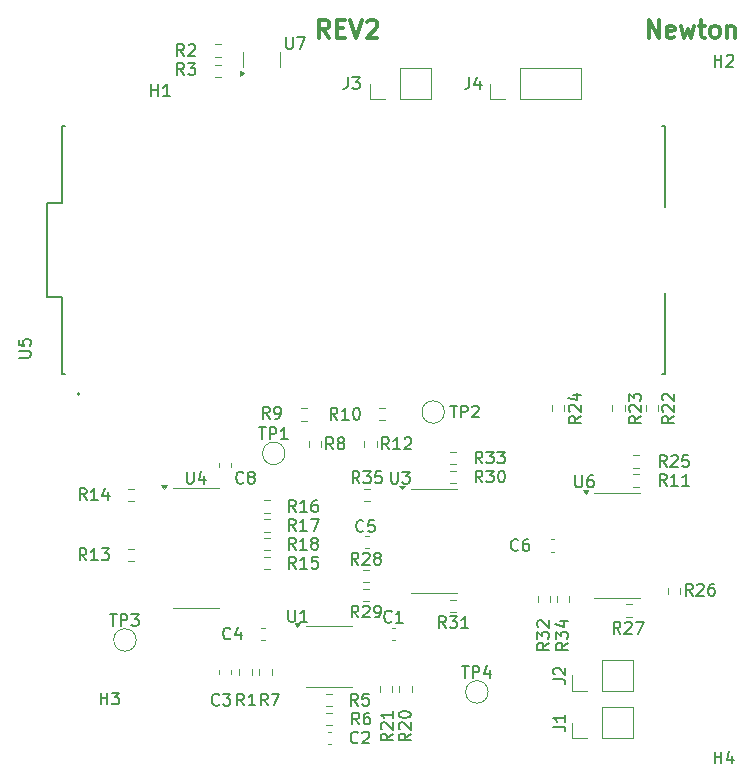
<source format=gto>
%TF.GenerationSoftware,KiCad,Pcbnew,8.0.0-8.0.0-1~ubuntu22.04.1*%
%TF.CreationDate,2024-09-22T20:46:00-05:00*%
%TF.ProjectId,LCR_meter,4c43525f-6d65-4746-9572-2e6b69636164,rev?*%
%TF.SameCoordinates,Original*%
%TF.FileFunction,Legend,Top*%
%TF.FilePolarity,Positive*%
%FSLAX46Y46*%
G04 Gerber Fmt 4.6, Leading zero omitted, Abs format (unit mm)*
G04 Created by KiCad (PCBNEW 8.0.0-8.0.0-1~ubuntu22.04.1) date 2024-09-22 20:46:00*
%MOMM*%
%LPD*%
G01*
G04 APERTURE LIST*
%ADD10C,0.300000*%
%ADD11C,0.150000*%
%ADD12C,0.120000*%
%ADD13C,0.127000*%
%ADD14C,0.200000*%
G04 APERTURE END LIST*
D10*
X169654510Y-72000828D02*
X169654510Y-70500828D01*
X169654510Y-70500828D02*
X170511653Y-72000828D01*
X170511653Y-72000828D02*
X170511653Y-70500828D01*
X171797368Y-71929400D02*
X171654511Y-72000828D01*
X171654511Y-72000828D02*
X171368797Y-72000828D01*
X171368797Y-72000828D02*
X171225939Y-71929400D01*
X171225939Y-71929400D02*
X171154511Y-71786542D01*
X171154511Y-71786542D02*
X171154511Y-71215114D01*
X171154511Y-71215114D02*
X171225939Y-71072257D01*
X171225939Y-71072257D02*
X171368797Y-71000828D01*
X171368797Y-71000828D02*
X171654511Y-71000828D01*
X171654511Y-71000828D02*
X171797368Y-71072257D01*
X171797368Y-71072257D02*
X171868797Y-71215114D01*
X171868797Y-71215114D02*
X171868797Y-71357971D01*
X171868797Y-71357971D02*
X171154511Y-71500828D01*
X172368796Y-71000828D02*
X172654511Y-72000828D01*
X172654511Y-72000828D02*
X172940225Y-71286542D01*
X172940225Y-71286542D02*
X173225939Y-72000828D01*
X173225939Y-72000828D02*
X173511653Y-71000828D01*
X173868797Y-71000828D02*
X174440225Y-71000828D01*
X174083082Y-70500828D02*
X174083082Y-71786542D01*
X174083082Y-71786542D02*
X174154511Y-71929400D01*
X174154511Y-71929400D02*
X174297368Y-72000828D01*
X174297368Y-72000828D02*
X174440225Y-72000828D01*
X175154511Y-72000828D02*
X175011654Y-71929400D01*
X175011654Y-71929400D02*
X174940225Y-71857971D01*
X174940225Y-71857971D02*
X174868797Y-71715114D01*
X174868797Y-71715114D02*
X174868797Y-71286542D01*
X174868797Y-71286542D02*
X174940225Y-71143685D01*
X174940225Y-71143685D02*
X175011654Y-71072257D01*
X175011654Y-71072257D02*
X175154511Y-71000828D01*
X175154511Y-71000828D02*
X175368797Y-71000828D01*
X175368797Y-71000828D02*
X175511654Y-71072257D01*
X175511654Y-71072257D02*
X175583083Y-71143685D01*
X175583083Y-71143685D02*
X175654511Y-71286542D01*
X175654511Y-71286542D02*
X175654511Y-71715114D01*
X175654511Y-71715114D02*
X175583083Y-71857971D01*
X175583083Y-71857971D02*
X175511654Y-71929400D01*
X175511654Y-71929400D02*
X175368797Y-72000828D01*
X175368797Y-72000828D02*
X175154511Y-72000828D01*
X176297368Y-71000828D02*
X176297368Y-72000828D01*
X176297368Y-71143685D02*
X176368797Y-71072257D01*
X176368797Y-71072257D02*
X176511654Y-71000828D01*
X176511654Y-71000828D02*
X176725940Y-71000828D01*
X176725940Y-71000828D02*
X176868797Y-71072257D01*
X176868797Y-71072257D02*
X176940226Y-71215114D01*
X176940226Y-71215114D02*
X176940226Y-72000828D01*
X142611653Y-72000828D02*
X142111653Y-71286542D01*
X141754510Y-72000828D02*
X141754510Y-70500828D01*
X141754510Y-70500828D02*
X142325939Y-70500828D01*
X142325939Y-70500828D02*
X142468796Y-70572257D01*
X142468796Y-70572257D02*
X142540225Y-70643685D01*
X142540225Y-70643685D02*
X142611653Y-70786542D01*
X142611653Y-70786542D02*
X142611653Y-71000828D01*
X142611653Y-71000828D02*
X142540225Y-71143685D01*
X142540225Y-71143685D02*
X142468796Y-71215114D01*
X142468796Y-71215114D02*
X142325939Y-71286542D01*
X142325939Y-71286542D02*
X141754510Y-71286542D01*
X143254510Y-71215114D02*
X143754510Y-71215114D01*
X143968796Y-72000828D02*
X143254510Y-72000828D01*
X143254510Y-72000828D02*
X143254510Y-70500828D01*
X143254510Y-70500828D02*
X143968796Y-70500828D01*
X144397368Y-70500828D02*
X144897368Y-72000828D01*
X144897368Y-72000828D02*
X145397368Y-70500828D01*
X145825939Y-70643685D02*
X145897367Y-70572257D01*
X145897367Y-70572257D02*
X146040225Y-70500828D01*
X146040225Y-70500828D02*
X146397367Y-70500828D01*
X146397367Y-70500828D02*
X146540225Y-70572257D01*
X146540225Y-70572257D02*
X146611653Y-70643685D01*
X146611653Y-70643685D02*
X146683082Y-70786542D01*
X146683082Y-70786542D02*
X146683082Y-70929400D01*
X146683082Y-70929400D02*
X146611653Y-71143685D01*
X146611653Y-71143685D02*
X145754510Y-72000828D01*
X145754510Y-72000828D02*
X146683082Y-72000828D01*
D11*
X139138095Y-120454819D02*
X139138095Y-121264342D01*
X139138095Y-121264342D02*
X139185714Y-121359580D01*
X139185714Y-121359580D02*
X139233333Y-121407200D01*
X139233333Y-121407200D02*
X139328571Y-121454819D01*
X139328571Y-121454819D02*
X139519047Y-121454819D01*
X139519047Y-121454819D02*
X139614285Y-121407200D01*
X139614285Y-121407200D02*
X139661904Y-121359580D01*
X139661904Y-121359580D02*
X139709523Y-121264342D01*
X139709523Y-121264342D02*
X139709523Y-120454819D01*
X140709523Y-121454819D02*
X140138095Y-121454819D01*
X140423809Y-121454819D02*
X140423809Y-120454819D01*
X140423809Y-120454819D02*
X140328571Y-120597676D01*
X140328571Y-120597676D02*
X140233333Y-120692914D01*
X140233333Y-120692914D02*
X140138095Y-120740533D01*
X142933333Y-106854819D02*
X142600000Y-106378628D01*
X142361905Y-106854819D02*
X142361905Y-105854819D01*
X142361905Y-105854819D02*
X142742857Y-105854819D01*
X142742857Y-105854819D02*
X142838095Y-105902438D01*
X142838095Y-105902438D02*
X142885714Y-105950057D01*
X142885714Y-105950057D02*
X142933333Y-106045295D01*
X142933333Y-106045295D02*
X142933333Y-106188152D01*
X142933333Y-106188152D02*
X142885714Y-106283390D01*
X142885714Y-106283390D02*
X142838095Y-106331009D01*
X142838095Y-106331009D02*
X142742857Y-106378628D01*
X142742857Y-106378628D02*
X142361905Y-106378628D01*
X143504762Y-106283390D02*
X143409524Y-106235771D01*
X143409524Y-106235771D02*
X143361905Y-106188152D01*
X143361905Y-106188152D02*
X143314286Y-106092914D01*
X143314286Y-106092914D02*
X143314286Y-106045295D01*
X143314286Y-106045295D02*
X143361905Y-105950057D01*
X143361905Y-105950057D02*
X143409524Y-105902438D01*
X143409524Y-105902438D02*
X143504762Y-105854819D01*
X143504762Y-105854819D02*
X143695238Y-105854819D01*
X143695238Y-105854819D02*
X143790476Y-105902438D01*
X143790476Y-105902438D02*
X143838095Y-105950057D01*
X143838095Y-105950057D02*
X143885714Y-106045295D01*
X143885714Y-106045295D02*
X143885714Y-106092914D01*
X143885714Y-106092914D02*
X143838095Y-106188152D01*
X143838095Y-106188152D02*
X143790476Y-106235771D01*
X143790476Y-106235771D02*
X143695238Y-106283390D01*
X143695238Y-106283390D02*
X143504762Y-106283390D01*
X143504762Y-106283390D02*
X143409524Y-106331009D01*
X143409524Y-106331009D02*
X143361905Y-106378628D01*
X143361905Y-106378628D02*
X143314286Y-106473866D01*
X143314286Y-106473866D02*
X143314286Y-106664342D01*
X143314286Y-106664342D02*
X143361905Y-106759580D01*
X143361905Y-106759580D02*
X143409524Y-106807200D01*
X143409524Y-106807200D02*
X143504762Y-106854819D01*
X143504762Y-106854819D02*
X143695238Y-106854819D01*
X143695238Y-106854819D02*
X143790476Y-106807200D01*
X143790476Y-106807200D02*
X143838095Y-106759580D01*
X143838095Y-106759580D02*
X143885714Y-106664342D01*
X143885714Y-106664342D02*
X143885714Y-106473866D01*
X143885714Y-106473866D02*
X143838095Y-106378628D01*
X143838095Y-106378628D02*
X143790476Y-106331009D01*
X143790476Y-106331009D02*
X143695238Y-106283390D01*
X130538095Y-108754819D02*
X130538095Y-109564342D01*
X130538095Y-109564342D02*
X130585714Y-109659580D01*
X130585714Y-109659580D02*
X130633333Y-109707200D01*
X130633333Y-109707200D02*
X130728571Y-109754819D01*
X130728571Y-109754819D02*
X130919047Y-109754819D01*
X130919047Y-109754819D02*
X131014285Y-109707200D01*
X131014285Y-109707200D02*
X131061904Y-109659580D01*
X131061904Y-109659580D02*
X131109523Y-109564342D01*
X131109523Y-109564342D02*
X131109523Y-108754819D01*
X132014285Y-109088152D02*
X132014285Y-109754819D01*
X131776190Y-108707200D02*
X131538095Y-109421485D01*
X131538095Y-109421485D02*
X132157142Y-109421485D01*
X145057142Y-121084819D02*
X144723809Y-120608628D01*
X144485714Y-121084819D02*
X144485714Y-120084819D01*
X144485714Y-120084819D02*
X144866666Y-120084819D01*
X144866666Y-120084819D02*
X144961904Y-120132438D01*
X144961904Y-120132438D02*
X145009523Y-120180057D01*
X145009523Y-120180057D02*
X145057142Y-120275295D01*
X145057142Y-120275295D02*
X145057142Y-120418152D01*
X145057142Y-120418152D02*
X145009523Y-120513390D01*
X145009523Y-120513390D02*
X144961904Y-120561009D01*
X144961904Y-120561009D02*
X144866666Y-120608628D01*
X144866666Y-120608628D02*
X144485714Y-120608628D01*
X145438095Y-120180057D02*
X145485714Y-120132438D01*
X145485714Y-120132438D02*
X145580952Y-120084819D01*
X145580952Y-120084819D02*
X145819047Y-120084819D01*
X145819047Y-120084819D02*
X145914285Y-120132438D01*
X145914285Y-120132438D02*
X145961904Y-120180057D01*
X145961904Y-120180057D02*
X146009523Y-120275295D01*
X146009523Y-120275295D02*
X146009523Y-120370533D01*
X146009523Y-120370533D02*
X145961904Y-120513390D01*
X145961904Y-120513390D02*
X145390476Y-121084819D01*
X145390476Y-121084819D02*
X146009523Y-121084819D01*
X146485714Y-121084819D02*
X146676190Y-121084819D01*
X146676190Y-121084819D02*
X146771428Y-121037200D01*
X146771428Y-121037200D02*
X146819047Y-120989580D01*
X146819047Y-120989580D02*
X146914285Y-120846723D01*
X146914285Y-120846723D02*
X146961904Y-120656247D01*
X146961904Y-120656247D02*
X146961904Y-120275295D01*
X146961904Y-120275295D02*
X146914285Y-120180057D01*
X146914285Y-120180057D02*
X146866666Y-120132438D01*
X146866666Y-120132438D02*
X146771428Y-120084819D01*
X146771428Y-120084819D02*
X146580952Y-120084819D01*
X146580952Y-120084819D02*
X146485714Y-120132438D01*
X146485714Y-120132438D02*
X146438095Y-120180057D01*
X146438095Y-120180057D02*
X146390476Y-120275295D01*
X146390476Y-120275295D02*
X146390476Y-120513390D01*
X146390476Y-120513390D02*
X146438095Y-120608628D01*
X146438095Y-120608628D02*
X146485714Y-120656247D01*
X146485714Y-120656247D02*
X146580952Y-120703866D01*
X146580952Y-120703866D02*
X146771428Y-120703866D01*
X146771428Y-120703866D02*
X146866666Y-120656247D01*
X146866666Y-120656247D02*
X146914285Y-120608628D01*
X146914285Y-120608628D02*
X146961904Y-120513390D01*
X133283334Y-128459579D02*
X133235715Y-128507199D01*
X133235715Y-128507199D02*
X133092858Y-128554818D01*
X133092858Y-128554818D02*
X132997620Y-128554818D01*
X132997620Y-128554818D02*
X132854763Y-128507199D01*
X132854763Y-128507199D02*
X132759525Y-128411960D01*
X132759525Y-128411960D02*
X132711906Y-128316722D01*
X132711906Y-128316722D02*
X132664287Y-128126246D01*
X132664287Y-128126246D02*
X132664287Y-127983389D01*
X132664287Y-127983389D02*
X132711906Y-127792913D01*
X132711906Y-127792913D02*
X132759525Y-127697675D01*
X132759525Y-127697675D02*
X132854763Y-127602437D01*
X132854763Y-127602437D02*
X132997620Y-127554818D01*
X132997620Y-127554818D02*
X133092858Y-127554818D01*
X133092858Y-127554818D02*
X133235715Y-127602437D01*
X133235715Y-127602437D02*
X133283334Y-127650056D01*
X133616668Y-127554818D02*
X134235715Y-127554818D01*
X134235715Y-127554818D02*
X133902382Y-127935770D01*
X133902382Y-127935770D02*
X134045239Y-127935770D01*
X134045239Y-127935770D02*
X134140477Y-127983389D01*
X134140477Y-127983389D02*
X134188096Y-128031008D01*
X134188096Y-128031008D02*
X134235715Y-128126246D01*
X134235715Y-128126246D02*
X134235715Y-128364341D01*
X134235715Y-128364341D02*
X134188096Y-128459579D01*
X134188096Y-128459579D02*
X134140477Y-128507199D01*
X134140477Y-128507199D02*
X134045239Y-128554818D01*
X134045239Y-128554818D02*
X133759525Y-128554818D01*
X133759525Y-128554818D02*
X133664287Y-128507199D01*
X133664287Y-128507199D02*
X133616668Y-128459579D01*
X163872319Y-104042857D02*
X163396128Y-104376190D01*
X163872319Y-104614285D02*
X162872319Y-104614285D01*
X162872319Y-104614285D02*
X162872319Y-104233333D01*
X162872319Y-104233333D02*
X162919938Y-104138095D01*
X162919938Y-104138095D02*
X162967557Y-104090476D01*
X162967557Y-104090476D02*
X163062795Y-104042857D01*
X163062795Y-104042857D02*
X163205652Y-104042857D01*
X163205652Y-104042857D02*
X163300890Y-104090476D01*
X163300890Y-104090476D02*
X163348509Y-104138095D01*
X163348509Y-104138095D02*
X163396128Y-104233333D01*
X163396128Y-104233333D02*
X163396128Y-104614285D01*
X162967557Y-103661904D02*
X162919938Y-103614285D01*
X162919938Y-103614285D02*
X162872319Y-103519047D01*
X162872319Y-103519047D02*
X162872319Y-103280952D01*
X162872319Y-103280952D02*
X162919938Y-103185714D01*
X162919938Y-103185714D02*
X162967557Y-103138095D01*
X162967557Y-103138095D02*
X163062795Y-103090476D01*
X163062795Y-103090476D02*
X163158033Y-103090476D01*
X163158033Y-103090476D02*
X163300890Y-103138095D01*
X163300890Y-103138095D02*
X163872319Y-103709523D01*
X163872319Y-103709523D02*
X163872319Y-103090476D01*
X163205652Y-102233333D02*
X163872319Y-102233333D01*
X162824700Y-102471428D02*
X163538985Y-102709523D01*
X163538985Y-102709523D02*
X163538985Y-102090476D01*
X147657142Y-106854819D02*
X147323809Y-106378628D01*
X147085714Y-106854819D02*
X147085714Y-105854819D01*
X147085714Y-105854819D02*
X147466666Y-105854819D01*
X147466666Y-105854819D02*
X147561904Y-105902438D01*
X147561904Y-105902438D02*
X147609523Y-105950057D01*
X147609523Y-105950057D02*
X147657142Y-106045295D01*
X147657142Y-106045295D02*
X147657142Y-106188152D01*
X147657142Y-106188152D02*
X147609523Y-106283390D01*
X147609523Y-106283390D02*
X147561904Y-106331009D01*
X147561904Y-106331009D02*
X147466666Y-106378628D01*
X147466666Y-106378628D02*
X147085714Y-106378628D01*
X148609523Y-106854819D02*
X148038095Y-106854819D01*
X148323809Y-106854819D02*
X148323809Y-105854819D01*
X148323809Y-105854819D02*
X148228571Y-105997676D01*
X148228571Y-105997676D02*
X148133333Y-106092914D01*
X148133333Y-106092914D02*
X148038095Y-106140533D01*
X148990476Y-105950057D02*
X149038095Y-105902438D01*
X149038095Y-105902438D02*
X149133333Y-105854819D01*
X149133333Y-105854819D02*
X149371428Y-105854819D01*
X149371428Y-105854819D02*
X149466666Y-105902438D01*
X149466666Y-105902438D02*
X149514285Y-105950057D01*
X149514285Y-105950057D02*
X149561904Y-106045295D01*
X149561904Y-106045295D02*
X149561904Y-106140533D01*
X149561904Y-106140533D02*
X149514285Y-106283390D01*
X149514285Y-106283390D02*
X148942857Y-106854819D01*
X148942857Y-106854819D02*
X149561904Y-106854819D01*
X124038095Y-120806819D02*
X124609523Y-120806819D01*
X124323809Y-121806819D02*
X124323809Y-120806819D01*
X124942857Y-121806819D02*
X124942857Y-120806819D01*
X124942857Y-120806819D02*
X125323809Y-120806819D01*
X125323809Y-120806819D02*
X125419047Y-120854438D01*
X125419047Y-120854438D02*
X125466666Y-120902057D01*
X125466666Y-120902057D02*
X125514285Y-120997295D01*
X125514285Y-120997295D02*
X125514285Y-121140152D01*
X125514285Y-121140152D02*
X125466666Y-121235390D01*
X125466666Y-121235390D02*
X125419047Y-121283009D01*
X125419047Y-121283009D02*
X125323809Y-121330628D01*
X125323809Y-121330628D02*
X124942857Y-121330628D01*
X125847619Y-120806819D02*
X126466666Y-120806819D01*
X126466666Y-120806819D02*
X126133333Y-121187771D01*
X126133333Y-121187771D02*
X126276190Y-121187771D01*
X126276190Y-121187771D02*
X126371428Y-121235390D01*
X126371428Y-121235390D02*
X126419047Y-121283009D01*
X126419047Y-121283009D02*
X126466666Y-121378247D01*
X126466666Y-121378247D02*
X126466666Y-121616342D01*
X126466666Y-121616342D02*
X126419047Y-121711580D01*
X126419047Y-121711580D02*
X126371428Y-121759200D01*
X126371428Y-121759200D02*
X126276190Y-121806819D01*
X126276190Y-121806819D02*
X125990476Y-121806819D01*
X125990476Y-121806819D02*
X125895238Y-121759200D01*
X125895238Y-121759200D02*
X125847619Y-121711580D01*
X145157142Y-109724819D02*
X144823809Y-109248628D01*
X144585714Y-109724819D02*
X144585714Y-108724819D01*
X144585714Y-108724819D02*
X144966666Y-108724819D01*
X144966666Y-108724819D02*
X145061904Y-108772438D01*
X145061904Y-108772438D02*
X145109523Y-108820057D01*
X145109523Y-108820057D02*
X145157142Y-108915295D01*
X145157142Y-108915295D02*
X145157142Y-109058152D01*
X145157142Y-109058152D02*
X145109523Y-109153390D01*
X145109523Y-109153390D02*
X145061904Y-109201009D01*
X145061904Y-109201009D02*
X144966666Y-109248628D01*
X144966666Y-109248628D02*
X144585714Y-109248628D01*
X145490476Y-108724819D02*
X146109523Y-108724819D01*
X146109523Y-108724819D02*
X145776190Y-109105771D01*
X145776190Y-109105771D02*
X145919047Y-109105771D01*
X145919047Y-109105771D02*
X146014285Y-109153390D01*
X146014285Y-109153390D02*
X146061904Y-109201009D01*
X146061904Y-109201009D02*
X146109523Y-109296247D01*
X146109523Y-109296247D02*
X146109523Y-109534342D01*
X146109523Y-109534342D02*
X146061904Y-109629580D01*
X146061904Y-109629580D02*
X146014285Y-109677200D01*
X146014285Y-109677200D02*
X145919047Y-109724819D01*
X145919047Y-109724819D02*
X145633333Y-109724819D01*
X145633333Y-109724819D02*
X145538095Y-109677200D01*
X145538095Y-109677200D02*
X145490476Y-109629580D01*
X147014285Y-108724819D02*
X146538095Y-108724819D01*
X146538095Y-108724819D02*
X146490476Y-109201009D01*
X146490476Y-109201009D02*
X146538095Y-109153390D01*
X146538095Y-109153390D02*
X146633333Y-109105771D01*
X146633333Y-109105771D02*
X146871428Y-109105771D01*
X146871428Y-109105771D02*
X146966666Y-109153390D01*
X146966666Y-109153390D02*
X147014285Y-109201009D01*
X147014285Y-109201009D02*
X147061904Y-109296247D01*
X147061904Y-109296247D02*
X147061904Y-109534342D01*
X147061904Y-109534342D02*
X147014285Y-109629580D01*
X147014285Y-109629580D02*
X146966666Y-109677200D01*
X146966666Y-109677200D02*
X146871428Y-109724819D01*
X146871428Y-109724819D02*
X146633333Y-109724819D01*
X146633333Y-109724819D02*
X146538095Y-109677200D01*
X146538095Y-109677200D02*
X146490476Y-109629580D01*
X147954819Y-130930357D02*
X147478628Y-131263690D01*
X147954819Y-131501785D02*
X146954819Y-131501785D01*
X146954819Y-131501785D02*
X146954819Y-131120833D01*
X146954819Y-131120833D02*
X147002438Y-131025595D01*
X147002438Y-131025595D02*
X147050057Y-130977976D01*
X147050057Y-130977976D02*
X147145295Y-130930357D01*
X147145295Y-130930357D02*
X147288152Y-130930357D01*
X147288152Y-130930357D02*
X147383390Y-130977976D01*
X147383390Y-130977976D02*
X147431009Y-131025595D01*
X147431009Y-131025595D02*
X147478628Y-131120833D01*
X147478628Y-131120833D02*
X147478628Y-131501785D01*
X147050057Y-130549404D02*
X147002438Y-130501785D01*
X147002438Y-130501785D02*
X146954819Y-130406547D01*
X146954819Y-130406547D02*
X146954819Y-130168452D01*
X146954819Y-130168452D02*
X147002438Y-130073214D01*
X147002438Y-130073214D02*
X147050057Y-130025595D01*
X147050057Y-130025595D02*
X147145295Y-129977976D01*
X147145295Y-129977976D02*
X147240533Y-129977976D01*
X147240533Y-129977976D02*
X147383390Y-130025595D01*
X147383390Y-130025595D02*
X147954819Y-130597023D01*
X147954819Y-130597023D02*
X147954819Y-129977976D01*
X147954819Y-129025595D02*
X147954819Y-129597023D01*
X147954819Y-129311309D02*
X146954819Y-129311309D01*
X146954819Y-129311309D02*
X147097676Y-129406547D01*
X147097676Y-129406547D02*
X147192914Y-129501785D01*
X147192914Y-129501785D02*
X147240533Y-129597023D01*
X163438095Y-109054819D02*
X163438095Y-109864342D01*
X163438095Y-109864342D02*
X163485714Y-109959580D01*
X163485714Y-109959580D02*
X163533333Y-110007200D01*
X163533333Y-110007200D02*
X163628571Y-110054819D01*
X163628571Y-110054819D02*
X163819047Y-110054819D01*
X163819047Y-110054819D02*
X163914285Y-110007200D01*
X163914285Y-110007200D02*
X163961904Y-109959580D01*
X163961904Y-109959580D02*
X164009523Y-109864342D01*
X164009523Y-109864342D02*
X164009523Y-109054819D01*
X164914285Y-109054819D02*
X164723809Y-109054819D01*
X164723809Y-109054819D02*
X164628571Y-109102438D01*
X164628571Y-109102438D02*
X164580952Y-109150057D01*
X164580952Y-109150057D02*
X164485714Y-109292914D01*
X164485714Y-109292914D02*
X164438095Y-109483390D01*
X164438095Y-109483390D02*
X164438095Y-109864342D01*
X164438095Y-109864342D02*
X164485714Y-109959580D01*
X164485714Y-109959580D02*
X164533333Y-110007200D01*
X164533333Y-110007200D02*
X164628571Y-110054819D01*
X164628571Y-110054819D02*
X164819047Y-110054819D01*
X164819047Y-110054819D02*
X164914285Y-110007200D01*
X164914285Y-110007200D02*
X164961904Y-109959580D01*
X164961904Y-109959580D02*
X165009523Y-109864342D01*
X165009523Y-109864342D02*
X165009523Y-109626247D01*
X165009523Y-109626247D02*
X164961904Y-109531009D01*
X164961904Y-109531009D02*
X164914285Y-109483390D01*
X164914285Y-109483390D02*
X164819047Y-109435771D01*
X164819047Y-109435771D02*
X164628571Y-109435771D01*
X164628571Y-109435771D02*
X164533333Y-109483390D01*
X164533333Y-109483390D02*
X164485714Y-109531009D01*
X164485714Y-109531009D02*
X164438095Y-109626247D01*
X155557142Y-108054819D02*
X155223809Y-107578628D01*
X154985714Y-108054819D02*
X154985714Y-107054819D01*
X154985714Y-107054819D02*
X155366666Y-107054819D01*
X155366666Y-107054819D02*
X155461904Y-107102438D01*
X155461904Y-107102438D02*
X155509523Y-107150057D01*
X155509523Y-107150057D02*
X155557142Y-107245295D01*
X155557142Y-107245295D02*
X155557142Y-107388152D01*
X155557142Y-107388152D02*
X155509523Y-107483390D01*
X155509523Y-107483390D02*
X155461904Y-107531009D01*
X155461904Y-107531009D02*
X155366666Y-107578628D01*
X155366666Y-107578628D02*
X154985714Y-107578628D01*
X155890476Y-107054819D02*
X156509523Y-107054819D01*
X156509523Y-107054819D02*
X156176190Y-107435771D01*
X156176190Y-107435771D02*
X156319047Y-107435771D01*
X156319047Y-107435771D02*
X156414285Y-107483390D01*
X156414285Y-107483390D02*
X156461904Y-107531009D01*
X156461904Y-107531009D02*
X156509523Y-107626247D01*
X156509523Y-107626247D02*
X156509523Y-107864342D01*
X156509523Y-107864342D02*
X156461904Y-107959580D01*
X156461904Y-107959580D02*
X156414285Y-108007200D01*
X156414285Y-108007200D02*
X156319047Y-108054819D01*
X156319047Y-108054819D02*
X156033333Y-108054819D01*
X156033333Y-108054819D02*
X155938095Y-108007200D01*
X155938095Y-108007200D02*
X155890476Y-107959580D01*
X156842857Y-107054819D02*
X157461904Y-107054819D01*
X157461904Y-107054819D02*
X157128571Y-107435771D01*
X157128571Y-107435771D02*
X157271428Y-107435771D01*
X157271428Y-107435771D02*
X157366666Y-107483390D01*
X157366666Y-107483390D02*
X157414285Y-107531009D01*
X157414285Y-107531009D02*
X157461904Y-107626247D01*
X157461904Y-107626247D02*
X157461904Y-107864342D01*
X157461904Y-107864342D02*
X157414285Y-107959580D01*
X157414285Y-107959580D02*
X157366666Y-108007200D01*
X157366666Y-108007200D02*
X157271428Y-108054819D01*
X157271428Y-108054819D02*
X156985714Y-108054819D01*
X156985714Y-108054819D02*
X156890476Y-108007200D01*
X156890476Y-108007200D02*
X156842857Y-107959580D01*
X130302083Y-73554819D02*
X129968750Y-73078628D01*
X129730655Y-73554819D02*
X129730655Y-72554819D01*
X129730655Y-72554819D02*
X130111607Y-72554819D01*
X130111607Y-72554819D02*
X130206845Y-72602438D01*
X130206845Y-72602438D02*
X130254464Y-72650057D01*
X130254464Y-72650057D02*
X130302083Y-72745295D01*
X130302083Y-72745295D02*
X130302083Y-72888152D01*
X130302083Y-72888152D02*
X130254464Y-72983390D01*
X130254464Y-72983390D02*
X130206845Y-73031009D01*
X130206845Y-73031009D02*
X130111607Y-73078628D01*
X130111607Y-73078628D02*
X129730655Y-73078628D01*
X130683036Y-72650057D02*
X130730655Y-72602438D01*
X130730655Y-72602438D02*
X130825893Y-72554819D01*
X130825893Y-72554819D02*
X131063988Y-72554819D01*
X131063988Y-72554819D02*
X131159226Y-72602438D01*
X131159226Y-72602438D02*
X131206845Y-72650057D01*
X131206845Y-72650057D02*
X131254464Y-72745295D01*
X131254464Y-72745295D02*
X131254464Y-72840533D01*
X131254464Y-72840533D02*
X131206845Y-72983390D01*
X131206845Y-72983390D02*
X130635417Y-73554819D01*
X130635417Y-73554819D02*
X131254464Y-73554819D01*
X158595833Y-115359580D02*
X158548214Y-115407200D01*
X158548214Y-115407200D02*
X158405357Y-115454819D01*
X158405357Y-115454819D02*
X158310119Y-115454819D01*
X158310119Y-115454819D02*
X158167262Y-115407200D01*
X158167262Y-115407200D02*
X158072024Y-115311961D01*
X158072024Y-115311961D02*
X158024405Y-115216723D01*
X158024405Y-115216723D02*
X157976786Y-115026247D01*
X157976786Y-115026247D02*
X157976786Y-114883390D01*
X157976786Y-114883390D02*
X158024405Y-114692914D01*
X158024405Y-114692914D02*
X158072024Y-114597676D01*
X158072024Y-114597676D02*
X158167262Y-114502438D01*
X158167262Y-114502438D02*
X158310119Y-114454819D01*
X158310119Y-114454819D02*
X158405357Y-114454819D01*
X158405357Y-114454819D02*
X158548214Y-114502438D01*
X158548214Y-114502438D02*
X158595833Y-114550057D01*
X159452976Y-114454819D02*
X159262500Y-114454819D01*
X159262500Y-114454819D02*
X159167262Y-114502438D01*
X159167262Y-114502438D02*
X159119643Y-114550057D01*
X159119643Y-114550057D02*
X159024405Y-114692914D01*
X159024405Y-114692914D02*
X158976786Y-114883390D01*
X158976786Y-114883390D02*
X158976786Y-115264342D01*
X158976786Y-115264342D02*
X159024405Y-115359580D01*
X159024405Y-115359580D02*
X159072024Y-115407200D01*
X159072024Y-115407200D02*
X159167262Y-115454819D01*
X159167262Y-115454819D02*
X159357738Y-115454819D01*
X159357738Y-115454819D02*
X159452976Y-115407200D01*
X159452976Y-115407200D02*
X159500595Y-115359580D01*
X159500595Y-115359580D02*
X159548214Y-115264342D01*
X159548214Y-115264342D02*
X159548214Y-115026247D01*
X159548214Y-115026247D02*
X159500595Y-114931009D01*
X159500595Y-114931009D02*
X159452976Y-114883390D01*
X159452976Y-114883390D02*
X159357738Y-114835771D01*
X159357738Y-114835771D02*
X159167262Y-114835771D01*
X159167262Y-114835771D02*
X159072024Y-114883390D01*
X159072024Y-114883390D02*
X159024405Y-114931009D01*
X159024405Y-114931009D02*
X158976786Y-115026247D01*
X137545833Y-104254819D02*
X137212500Y-103778628D01*
X136974405Y-104254819D02*
X136974405Y-103254819D01*
X136974405Y-103254819D02*
X137355357Y-103254819D01*
X137355357Y-103254819D02*
X137450595Y-103302438D01*
X137450595Y-103302438D02*
X137498214Y-103350057D01*
X137498214Y-103350057D02*
X137545833Y-103445295D01*
X137545833Y-103445295D02*
X137545833Y-103588152D01*
X137545833Y-103588152D02*
X137498214Y-103683390D01*
X137498214Y-103683390D02*
X137450595Y-103731009D01*
X137450595Y-103731009D02*
X137355357Y-103778628D01*
X137355357Y-103778628D02*
X136974405Y-103778628D01*
X138022024Y-104254819D02*
X138212500Y-104254819D01*
X138212500Y-104254819D02*
X138307738Y-104207200D01*
X138307738Y-104207200D02*
X138355357Y-104159580D01*
X138355357Y-104159580D02*
X138450595Y-104016723D01*
X138450595Y-104016723D02*
X138498214Y-103826247D01*
X138498214Y-103826247D02*
X138498214Y-103445295D01*
X138498214Y-103445295D02*
X138450595Y-103350057D01*
X138450595Y-103350057D02*
X138402976Y-103302438D01*
X138402976Y-103302438D02*
X138307738Y-103254819D01*
X138307738Y-103254819D02*
X138117262Y-103254819D01*
X138117262Y-103254819D02*
X138022024Y-103302438D01*
X138022024Y-103302438D02*
X137974405Y-103350057D01*
X137974405Y-103350057D02*
X137926786Y-103445295D01*
X137926786Y-103445295D02*
X137926786Y-103683390D01*
X137926786Y-103683390D02*
X137974405Y-103778628D01*
X137974405Y-103778628D02*
X138022024Y-103826247D01*
X138022024Y-103826247D02*
X138117262Y-103873866D01*
X138117262Y-103873866D02*
X138307738Y-103873866D01*
X138307738Y-103873866D02*
X138402976Y-103826247D01*
X138402976Y-103826247D02*
X138450595Y-103778628D01*
X138450595Y-103778628D02*
X138498214Y-103683390D01*
X175238095Y-133454819D02*
X175238095Y-132454819D01*
X175238095Y-132931009D02*
X175809523Y-132931009D01*
X175809523Y-133454819D02*
X175809523Y-132454819D01*
X176714285Y-132788152D02*
X176714285Y-133454819D01*
X176476190Y-132407200D02*
X176238095Y-133121485D01*
X176238095Y-133121485D02*
X176857142Y-133121485D01*
X138956845Y-71954819D02*
X138956845Y-72764342D01*
X138956845Y-72764342D02*
X139004464Y-72859580D01*
X139004464Y-72859580D02*
X139052083Y-72907200D01*
X139052083Y-72907200D02*
X139147321Y-72954819D01*
X139147321Y-72954819D02*
X139337797Y-72954819D01*
X139337797Y-72954819D02*
X139433035Y-72907200D01*
X139433035Y-72907200D02*
X139480654Y-72859580D01*
X139480654Y-72859580D02*
X139528273Y-72764342D01*
X139528273Y-72764342D02*
X139528273Y-71954819D01*
X139909226Y-71954819D02*
X140575892Y-71954819D01*
X140575892Y-71954819D02*
X140147321Y-72954819D01*
X139744642Y-115354819D02*
X139411309Y-114878628D01*
X139173214Y-115354819D02*
X139173214Y-114354819D01*
X139173214Y-114354819D02*
X139554166Y-114354819D01*
X139554166Y-114354819D02*
X139649404Y-114402438D01*
X139649404Y-114402438D02*
X139697023Y-114450057D01*
X139697023Y-114450057D02*
X139744642Y-114545295D01*
X139744642Y-114545295D02*
X139744642Y-114688152D01*
X139744642Y-114688152D02*
X139697023Y-114783390D01*
X139697023Y-114783390D02*
X139649404Y-114831009D01*
X139649404Y-114831009D02*
X139554166Y-114878628D01*
X139554166Y-114878628D02*
X139173214Y-114878628D01*
X140697023Y-115354819D02*
X140125595Y-115354819D01*
X140411309Y-115354819D02*
X140411309Y-114354819D01*
X140411309Y-114354819D02*
X140316071Y-114497676D01*
X140316071Y-114497676D02*
X140220833Y-114592914D01*
X140220833Y-114592914D02*
X140125595Y-114640533D01*
X141268452Y-114783390D02*
X141173214Y-114735771D01*
X141173214Y-114735771D02*
X141125595Y-114688152D01*
X141125595Y-114688152D02*
X141077976Y-114592914D01*
X141077976Y-114592914D02*
X141077976Y-114545295D01*
X141077976Y-114545295D02*
X141125595Y-114450057D01*
X141125595Y-114450057D02*
X141173214Y-114402438D01*
X141173214Y-114402438D02*
X141268452Y-114354819D01*
X141268452Y-114354819D02*
X141458928Y-114354819D01*
X141458928Y-114354819D02*
X141554166Y-114402438D01*
X141554166Y-114402438D02*
X141601785Y-114450057D01*
X141601785Y-114450057D02*
X141649404Y-114545295D01*
X141649404Y-114545295D02*
X141649404Y-114592914D01*
X141649404Y-114592914D02*
X141601785Y-114688152D01*
X141601785Y-114688152D02*
X141554166Y-114735771D01*
X141554166Y-114735771D02*
X141458928Y-114783390D01*
X141458928Y-114783390D02*
X141268452Y-114783390D01*
X141268452Y-114783390D02*
X141173214Y-114831009D01*
X141173214Y-114831009D02*
X141125595Y-114878628D01*
X141125595Y-114878628D02*
X141077976Y-114973866D01*
X141077976Y-114973866D02*
X141077976Y-115164342D01*
X141077976Y-115164342D02*
X141125595Y-115259580D01*
X141125595Y-115259580D02*
X141173214Y-115307200D01*
X141173214Y-115307200D02*
X141268452Y-115354819D01*
X141268452Y-115354819D02*
X141458928Y-115354819D01*
X141458928Y-115354819D02*
X141554166Y-115307200D01*
X141554166Y-115307200D02*
X141601785Y-115259580D01*
X141601785Y-115259580D02*
X141649404Y-115164342D01*
X141649404Y-115164342D02*
X141649404Y-114973866D01*
X141649404Y-114973866D02*
X141601785Y-114878628D01*
X141601785Y-114878628D02*
X141554166Y-114831009D01*
X141554166Y-114831009D02*
X141458928Y-114783390D01*
X123238095Y-128454819D02*
X123238095Y-127454819D01*
X123238095Y-127931009D02*
X123809523Y-127931009D01*
X123809523Y-128454819D02*
X123809523Y-127454819D01*
X124190476Y-127454819D02*
X124809523Y-127454819D01*
X124809523Y-127454819D02*
X124476190Y-127835771D01*
X124476190Y-127835771D02*
X124619047Y-127835771D01*
X124619047Y-127835771D02*
X124714285Y-127883390D01*
X124714285Y-127883390D02*
X124761904Y-127931009D01*
X124761904Y-127931009D02*
X124809523Y-128026247D01*
X124809523Y-128026247D02*
X124809523Y-128264342D01*
X124809523Y-128264342D02*
X124761904Y-128359580D01*
X124761904Y-128359580D02*
X124714285Y-128407200D01*
X124714285Y-128407200D02*
X124619047Y-128454819D01*
X124619047Y-128454819D02*
X124333333Y-128454819D01*
X124333333Y-128454819D02*
X124238095Y-128407200D01*
X124238095Y-128407200D02*
X124190476Y-128359580D01*
X154466666Y-75354819D02*
X154466666Y-76069104D01*
X154466666Y-76069104D02*
X154419047Y-76211961D01*
X154419047Y-76211961D02*
X154323809Y-76307200D01*
X154323809Y-76307200D02*
X154180952Y-76354819D01*
X154180952Y-76354819D02*
X154085714Y-76354819D01*
X155371428Y-75688152D02*
X155371428Y-76354819D01*
X155133333Y-75307200D02*
X154895238Y-76021485D01*
X154895238Y-76021485D02*
X155514285Y-76021485D01*
X137383333Y-128542317D02*
X137050000Y-128066126D01*
X136811905Y-128542317D02*
X136811905Y-127542317D01*
X136811905Y-127542317D02*
X137192857Y-127542317D01*
X137192857Y-127542317D02*
X137288095Y-127589936D01*
X137288095Y-127589936D02*
X137335714Y-127637555D01*
X137335714Y-127637555D02*
X137383333Y-127732793D01*
X137383333Y-127732793D02*
X137383333Y-127875650D01*
X137383333Y-127875650D02*
X137335714Y-127970888D01*
X137335714Y-127970888D02*
X137288095Y-128018507D01*
X137288095Y-128018507D02*
X137192857Y-128066126D01*
X137192857Y-128066126D02*
X136811905Y-128066126D01*
X137716667Y-127542317D02*
X138383333Y-127542317D01*
X138383333Y-127542317D02*
X137954762Y-128542317D01*
X122032142Y-116254819D02*
X121698809Y-115778628D01*
X121460714Y-116254819D02*
X121460714Y-115254819D01*
X121460714Y-115254819D02*
X121841666Y-115254819D01*
X121841666Y-115254819D02*
X121936904Y-115302438D01*
X121936904Y-115302438D02*
X121984523Y-115350057D01*
X121984523Y-115350057D02*
X122032142Y-115445295D01*
X122032142Y-115445295D02*
X122032142Y-115588152D01*
X122032142Y-115588152D02*
X121984523Y-115683390D01*
X121984523Y-115683390D02*
X121936904Y-115731009D01*
X121936904Y-115731009D02*
X121841666Y-115778628D01*
X121841666Y-115778628D02*
X121460714Y-115778628D01*
X122984523Y-116254819D02*
X122413095Y-116254819D01*
X122698809Y-116254819D02*
X122698809Y-115254819D01*
X122698809Y-115254819D02*
X122603571Y-115397676D01*
X122603571Y-115397676D02*
X122508333Y-115492914D01*
X122508333Y-115492914D02*
X122413095Y-115540533D01*
X123317857Y-115254819D02*
X123936904Y-115254819D01*
X123936904Y-115254819D02*
X123603571Y-115635771D01*
X123603571Y-115635771D02*
X123746428Y-115635771D01*
X123746428Y-115635771D02*
X123841666Y-115683390D01*
X123841666Y-115683390D02*
X123889285Y-115731009D01*
X123889285Y-115731009D02*
X123936904Y-115826247D01*
X123936904Y-115826247D02*
X123936904Y-116064342D01*
X123936904Y-116064342D02*
X123889285Y-116159580D01*
X123889285Y-116159580D02*
X123841666Y-116207200D01*
X123841666Y-116207200D02*
X123746428Y-116254819D01*
X123746428Y-116254819D02*
X123460714Y-116254819D01*
X123460714Y-116254819D02*
X123365476Y-116207200D01*
X123365476Y-116207200D02*
X123317857Y-116159580D01*
X144166666Y-75354819D02*
X144166666Y-76069104D01*
X144166666Y-76069104D02*
X144119047Y-76211961D01*
X144119047Y-76211961D02*
X144023809Y-76307200D01*
X144023809Y-76307200D02*
X143880952Y-76354819D01*
X143880952Y-76354819D02*
X143785714Y-76354819D01*
X144547619Y-75354819D02*
X145166666Y-75354819D01*
X145166666Y-75354819D02*
X144833333Y-75735771D01*
X144833333Y-75735771D02*
X144976190Y-75735771D01*
X144976190Y-75735771D02*
X145071428Y-75783390D01*
X145071428Y-75783390D02*
X145119047Y-75831009D01*
X145119047Y-75831009D02*
X145166666Y-75926247D01*
X145166666Y-75926247D02*
X145166666Y-76164342D01*
X145166666Y-76164342D02*
X145119047Y-76259580D01*
X145119047Y-76259580D02*
X145071428Y-76307200D01*
X145071428Y-76307200D02*
X144976190Y-76354819D01*
X144976190Y-76354819D02*
X144690476Y-76354819D01*
X144690476Y-76354819D02*
X144595238Y-76307200D01*
X144595238Y-76307200D02*
X144547619Y-76259580D01*
X145033333Y-131659580D02*
X144985714Y-131707200D01*
X144985714Y-131707200D02*
X144842857Y-131754819D01*
X144842857Y-131754819D02*
X144747619Y-131754819D01*
X144747619Y-131754819D02*
X144604762Y-131707200D01*
X144604762Y-131707200D02*
X144509524Y-131611961D01*
X144509524Y-131611961D02*
X144461905Y-131516723D01*
X144461905Y-131516723D02*
X144414286Y-131326247D01*
X144414286Y-131326247D02*
X144414286Y-131183390D01*
X144414286Y-131183390D02*
X144461905Y-130992914D01*
X144461905Y-130992914D02*
X144509524Y-130897676D01*
X144509524Y-130897676D02*
X144604762Y-130802438D01*
X144604762Y-130802438D02*
X144747619Y-130754819D01*
X144747619Y-130754819D02*
X144842857Y-130754819D01*
X144842857Y-130754819D02*
X144985714Y-130802438D01*
X144985714Y-130802438D02*
X145033333Y-130850057D01*
X145414286Y-130850057D02*
X145461905Y-130802438D01*
X145461905Y-130802438D02*
X145557143Y-130754819D01*
X145557143Y-130754819D02*
X145795238Y-130754819D01*
X145795238Y-130754819D02*
X145890476Y-130802438D01*
X145890476Y-130802438D02*
X145938095Y-130850057D01*
X145938095Y-130850057D02*
X145985714Y-130945295D01*
X145985714Y-130945295D02*
X145985714Y-131040533D01*
X145985714Y-131040533D02*
X145938095Y-131183390D01*
X145938095Y-131183390D02*
X145366667Y-131754819D01*
X145366667Y-131754819D02*
X145985714Y-131754819D01*
X171157142Y-108354819D02*
X170823809Y-107878628D01*
X170585714Y-108354819D02*
X170585714Y-107354819D01*
X170585714Y-107354819D02*
X170966666Y-107354819D01*
X170966666Y-107354819D02*
X171061904Y-107402438D01*
X171061904Y-107402438D02*
X171109523Y-107450057D01*
X171109523Y-107450057D02*
X171157142Y-107545295D01*
X171157142Y-107545295D02*
X171157142Y-107688152D01*
X171157142Y-107688152D02*
X171109523Y-107783390D01*
X171109523Y-107783390D02*
X171061904Y-107831009D01*
X171061904Y-107831009D02*
X170966666Y-107878628D01*
X170966666Y-107878628D02*
X170585714Y-107878628D01*
X171538095Y-107450057D02*
X171585714Y-107402438D01*
X171585714Y-107402438D02*
X171680952Y-107354819D01*
X171680952Y-107354819D02*
X171919047Y-107354819D01*
X171919047Y-107354819D02*
X172014285Y-107402438D01*
X172014285Y-107402438D02*
X172061904Y-107450057D01*
X172061904Y-107450057D02*
X172109523Y-107545295D01*
X172109523Y-107545295D02*
X172109523Y-107640533D01*
X172109523Y-107640533D02*
X172061904Y-107783390D01*
X172061904Y-107783390D02*
X171490476Y-108354819D01*
X171490476Y-108354819D02*
X172109523Y-108354819D01*
X173014285Y-107354819D02*
X172538095Y-107354819D01*
X172538095Y-107354819D02*
X172490476Y-107831009D01*
X172490476Y-107831009D02*
X172538095Y-107783390D01*
X172538095Y-107783390D02*
X172633333Y-107735771D01*
X172633333Y-107735771D02*
X172871428Y-107735771D01*
X172871428Y-107735771D02*
X172966666Y-107783390D01*
X172966666Y-107783390D02*
X173014285Y-107831009D01*
X173014285Y-107831009D02*
X173061904Y-107926247D01*
X173061904Y-107926247D02*
X173061904Y-108164342D01*
X173061904Y-108164342D02*
X173014285Y-108259580D01*
X173014285Y-108259580D02*
X172966666Y-108307200D01*
X172966666Y-108307200D02*
X172871428Y-108354819D01*
X172871428Y-108354819D02*
X172633333Y-108354819D01*
X172633333Y-108354819D02*
X172538095Y-108307200D01*
X172538095Y-108307200D02*
X172490476Y-108259580D01*
X122057142Y-111154819D02*
X121723809Y-110678628D01*
X121485714Y-111154819D02*
X121485714Y-110154819D01*
X121485714Y-110154819D02*
X121866666Y-110154819D01*
X121866666Y-110154819D02*
X121961904Y-110202438D01*
X121961904Y-110202438D02*
X122009523Y-110250057D01*
X122009523Y-110250057D02*
X122057142Y-110345295D01*
X122057142Y-110345295D02*
X122057142Y-110488152D01*
X122057142Y-110488152D02*
X122009523Y-110583390D01*
X122009523Y-110583390D02*
X121961904Y-110631009D01*
X121961904Y-110631009D02*
X121866666Y-110678628D01*
X121866666Y-110678628D02*
X121485714Y-110678628D01*
X123009523Y-111154819D02*
X122438095Y-111154819D01*
X122723809Y-111154819D02*
X122723809Y-110154819D01*
X122723809Y-110154819D02*
X122628571Y-110297676D01*
X122628571Y-110297676D02*
X122533333Y-110392914D01*
X122533333Y-110392914D02*
X122438095Y-110440533D01*
X123866666Y-110488152D02*
X123866666Y-111154819D01*
X123628571Y-110107200D02*
X123390476Y-110821485D01*
X123390476Y-110821485D02*
X124009523Y-110821485D01*
X135383333Y-128542318D02*
X135050000Y-128066127D01*
X134811905Y-128542318D02*
X134811905Y-127542318D01*
X134811905Y-127542318D02*
X135192857Y-127542318D01*
X135192857Y-127542318D02*
X135288095Y-127589937D01*
X135288095Y-127589937D02*
X135335714Y-127637556D01*
X135335714Y-127637556D02*
X135383333Y-127732794D01*
X135383333Y-127732794D02*
X135383333Y-127875651D01*
X135383333Y-127875651D02*
X135335714Y-127970889D01*
X135335714Y-127970889D02*
X135288095Y-128018508D01*
X135288095Y-128018508D02*
X135192857Y-128066127D01*
X135192857Y-128066127D02*
X134811905Y-128066127D01*
X136335714Y-128542318D02*
X135764286Y-128542318D01*
X136050000Y-128542318D02*
X136050000Y-127542318D01*
X136050000Y-127542318D02*
X135954762Y-127685175D01*
X135954762Y-127685175D02*
X135859524Y-127780413D01*
X135859524Y-127780413D02*
X135764286Y-127828032D01*
X116319819Y-99086904D02*
X117129342Y-99086904D01*
X117129342Y-99086904D02*
X117224580Y-99039285D01*
X117224580Y-99039285D02*
X117272200Y-98991666D01*
X117272200Y-98991666D02*
X117319819Y-98896428D01*
X117319819Y-98896428D02*
X117319819Y-98705952D01*
X117319819Y-98705952D02*
X117272200Y-98610714D01*
X117272200Y-98610714D02*
X117224580Y-98563095D01*
X117224580Y-98563095D02*
X117129342Y-98515476D01*
X117129342Y-98515476D02*
X116319819Y-98515476D01*
X116319819Y-97563095D02*
X116319819Y-98039285D01*
X116319819Y-98039285D02*
X116796009Y-98086904D01*
X116796009Y-98086904D02*
X116748390Y-98039285D01*
X116748390Y-98039285D02*
X116700771Y-97944047D01*
X116700771Y-97944047D02*
X116700771Y-97705952D01*
X116700771Y-97705952D02*
X116748390Y-97610714D01*
X116748390Y-97610714D02*
X116796009Y-97563095D01*
X116796009Y-97563095D02*
X116891247Y-97515476D01*
X116891247Y-97515476D02*
X117129342Y-97515476D01*
X117129342Y-97515476D02*
X117224580Y-97563095D01*
X117224580Y-97563095D02*
X117272200Y-97610714D01*
X117272200Y-97610714D02*
X117319819Y-97705952D01*
X117319819Y-97705952D02*
X117319819Y-97944047D01*
X117319819Y-97944047D02*
X117272200Y-98039285D01*
X117272200Y-98039285D02*
X117224580Y-98086904D01*
X161584819Y-126333333D02*
X162299104Y-126333333D01*
X162299104Y-126333333D02*
X162441961Y-126380952D01*
X162441961Y-126380952D02*
X162537200Y-126476190D01*
X162537200Y-126476190D02*
X162584819Y-126619047D01*
X162584819Y-126619047D02*
X162584819Y-126714285D01*
X161680057Y-125904761D02*
X161632438Y-125857142D01*
X161632438Y-125857142D02*
X161584819Y-125761904D01*
X161584819Y-125761904D02*
X161584819Y-125523809D01*
X161584819Y-125523809D02*
X161632438Y-125428571D01*
X161632438Y-125428571D02*
X161680057Y-125380952D01*
X161680057Y-125380952D02*
X161775295Y-125333333D01*
X161775295Y-125333333D02*
X161870533Y-125333333D01*
X161870533Y-125333333D02*
X162013390Y-125380952D01*
X162013390Y-125380952D02*
X162584819Y-125952380D01*
X162584819Y-125952380D02*
X162584819Y-125333333D01*
X145495833Y-113759580D02*
X145448214Y-113807200D01*
X145448214Y-113807200D02*
X145305357Y-113854819D01*
X145305357Y-113854819D02*
X145210119Y-113854819D01*
X145210119Y-113854819D02*
X145067262Y-113807200D01*
X145067262Y-113807200D02*
X144972024Y-113711961D01*
X144972024Y-113711961D02*
X144924405Y-113616723D01*
X144924405Y-113616723D02*
X144876786Y-113426247D01*
X144876786Y-113426247D02*
X144876786Y-113283390D01*
X144876786Y-113283390D02*
X144924405Y-113092914D01*
X144924405Y-113092914D02*
X144972024Y-112997676D01*
X144972024Y-112997676D02*
X145067262Y-112902438D01*
X145067262Y-112902438D02*
X145210119Y-112854819D01*
X145210119Y-112854819D02*
X145305357Y-112854819D01*
X145305357Y-112854819D02*
X145448214Y-112902438D01*
X145448214Y-112902438D02*
X145495833Y-112950057D01*
X146400595Y-112854819D02*
X145924405Y-112854819D01*
X145924405Y-112854819D02*
X145876786Y-113331009D01*
X145876786Y-113331009D02*
X145924405Y-113283390D01*
X145924405Y-113283390D02*
X146019643Y-113235771D01*
X146019643Y-113235771D02*
X146257738Y-113235771D01*
X146257738Y-113235771D02*
X146352976Y-113283390D01*
X146352976Y-113283390D02*
X146400595Y-113331009D01*
X146400595Y-113331009D02*
X146448214Y-113426247D01*
X146448214Y-113426247D02*
X146448214Y-113664342D01*
X146448214Y-113664342D02*
X146400595Y-113759580D01*
X146400595Y-113759580D02*
X146352976Y-113807200D01*
X146352976Y-113807200D02*
X146257738Y-113854819D01*
X146257738Y-113854819D02*
X146019643Y-113854819D01*
X146019643Y-113854819D02*
X145924405Y-113807200D01*
X145924405Y-113807200D02*
X145876786Y-113759580D01*
X147838095Y-108754819D02*
X147838095Y-109564342D01*
X147838095Y-109564342D02*
X147885714Y-109659580D01*
X147885714Y-109659580D02*
X147933333Y-109707200D01*
X147933333Y-109707200D02*
X148028571Y-109754819D01*
X148028571Y-109754819D02*
X148219047Y-109754819D01*
X148219047Y-109754819D02*
X148314285Y-109707200D01*
X148314285Y-109707200D02*
X148361904Y-109659580D01*
X148361904Y-109659580D02*
X148409523Y-109564342D01*
X148409523Y-109564342D02*
X148409523Y-108754819D01*
X148790476Y-108754819D02*
X149409523Y-108754819D01*
X149409523Y-108754819D02*
X149076190Y-109135771D01*
X149076190Y-109135771D02*
X149219047Y-109135771D01*
X149219047Y-109135771D02*
X149314285Y-109183390D01*
X149314285Y-109183390D02*
X149361904Y-109231009D01*
X149361904Y-109231009D02*
X149409523Y-109326247D01*
X149409523Y-109326247D02*
X149409523Y-109564342D01*
X149409523Y-109564342D02*
X149361904Y-109659580D01*
X149361904Y-109659580D02*
X149314285Y-109707200D01*
X149314285Y-109707200D02*
X149219047Y-109754819D01*
X149219047Y-109754819D02*
X148933333Y-109754819D01*
X148933333Y-109754819D02*
X148838095Y-109707200D01*
X148838095Y-109707200D02*
X148790476Y-109659580D01*
X161584819Y-130333333D02*
X162299104Y-130333333D01*
X162299104Y-130333333D02*
X162441961Y-130380952D01*
X162441961Y-130380952D02*
X162537200Y-130476190D01*
X162537200Y-130476190D02*
X162584819Y-130619047D01*
X162584819Y-130619047D02*
X162584819Y-130714285D01*
X162584819Y-129333333D02*
X162584819Y-129904761D01*
X162584819Y-129619047D02*
X161584819Y-129619047D01*
X161584819Y-129619047D02*
X161727676Y-129714285D01*
X161727676Y-129714285D02*
X161822914Y-129809523D01*
X161822914Y-129809523D02*
X161870533Y-129904761D01*
X171157142Y-109954819D02*
X170823809Y-109478628D01*
X170585714Y-109954819D02*
X170585714Y-108954819D01*
X170585714Y-108954819D02*
X170966666Y-108954819D01*
X170966666Y-108954819D02*
X171061904Y-109002438D01*
X171061904Y-109002438D02*
X171109523Y-109050057D01*
X171109523Y-109050057D02*
X171157142Y-109145295D01*
X171157142Y-109145295D02*
X171157142Y-109288152D01*
X171157142Y-109288152D02*
X171109523Y-109383390D01*
X171109523Y-109383390D02*
X171061904Y-109431009D01*
X171061904Y-109431009D02*
X170966666Y-109478628D01*
X170966666Y-109478628D02*
X170585714Y-109478628D01*
X172109523Y-109954819D02*
X171538095Y-109954819D01*
X171823809Y-109954819D02*
X171823809Y-108954819D01*
X171823809Y-108954819D02*
X171728571Y-109097676D01*
X171728571Y-109097676D02*
X171633333Y-109192914D01*
X171633333Y-109192914D02*
X171538095Y-109240533D01*
X173061904Y-109954819D02*
X172490476Y-109954819D01*
X172776190Y-109954819D02*
X172776190Y-108954819D01*
X172776190Y-108954819D02*
X172680952Y-109097676D01*
X172680952Y-109097676D02*
X172585714Y-109192914D01*
X172585714Y-109192914D02*
X172490476Y-109240533D01*
X134233333Y-122859580D02*
X134185714Y-122907200D01*
X134185714Y-122907200D02*
X134042857Y-122954819D01*
X134042857Y-122954819D02*
X133947619Y-122954819D01*
X133947619Y-122954819D02*
X133804762Y-122907200D01*
X133804762Y-122907200D02*
X133709524Y-122811961D01*
X133709524Y-122811961D02*
X133661905Y-122716723D01*
X133661905Y-122716723D02*
X133614286Y-122526247D01*
X133614286Y-122526247D02*
X133614286Y-122383390D01*
X133614286Y-122383390D02*
X133661905Y-122192914D01*
X133661905Y-122192914D02*
X133709524Y-122097676D01*
X133709524Y-122097676D02*
X133804762Y-122002438D01*
X133804762Y-122002438D02*
X133947619Y-121954819D01*
X133947619Y-121954819D02*
X134042857Y-121954819D01*
X134042857Y-121954819D02*
X134185714Y-122002438D01*
X134185714Y-122002438D02*
X134233333Y-122050057D01*
X135090476Y-122288152D02*
X135090476Y-122954819D01*
X134852381Y-121907200D02*
X134614286Y-122621485D01*
X134614286Y-122621485D02*
X135233333Y-122621485D01*
X139769642Y-116954819D02*
X139436309Y-116478628D01*
X139198214Y-116954819D02*
X139198214Y-115954819D01*
X139198214Y-115954819D02*
X139579166Y-115954819D01*
X139579166Y-115954819D02*
X139674404Y-116002438D01*
X139674404Y-116002438D02*
X139722023Y-116050057D01*
X139722023Y-116050057D02*
X139769642Y-116145295D01*
X139769642Y-116145295D02*
X139769642Y-116288152D01*
X139769642Y-116288152D02*
X139722023Y-116383390D01*
X139722023Y-116383390D02*
X139674404Y-116431009D01*
X139674404Y-116431009D02*
X139579166Y-116478628D01*
X139579166Y-116478628D02*
X139198214Y-116478628D01*
X140722023Y-116954819D02*
X140150595Y-116954819D01*
X140436309Y-116954819D02*
X140436309Y-115954819D01*
X140436309Y-115954819D02*
X140341071Y-116097676D01*
X140341071Y-116097676D02*
X140245833Y-116192914D01*
X140245833Y-116192914D02*
X140150595Y-116240533D01*
X141626785Y-115954819D02*
X141150595Y-115954819D01*
X141150595Y-115954819D02*
X141102976Y-116431009D01*
X141102976Y-116431009D02*
X141150595Y-116383390D01*
X141150595Y-116383390D02*
X141245833Y-116335771D01*
X141245833Y-116335771D02*
X141483928Y-116335771D01*
X141483928Y-116335771D02*
X141579166Y-116383390D01*
X141579166Y-116383390D02*
X141626785Y-116431009D01*
X141626785Y-116431009D02*
X141674404Y-116526247D01*
X141674404Y-116526247D02*
X141674404Y-116764342D01*
X141674404Y-116764342D02*
X141626785Y-116859580D01*
X141626785Y-116859580D02*
X141579166Y-116907200D01*
X141579166Y-116907200D02*
X141483928Y-116954819D01*
X141483928Y-116954819D02*
X141245833Y-116954819D01*
X141245833Y-116954819D02*
X141150595Y-116907200D01*
X141150595Y-116907200D02*
X141102976Y-116859580D01*
X145057142Y-116624819D02*
X144723809Y-116148628D01*
X144485714Y-116624819D02*
X144485714Y-115624819D01*
X144485714Y-115624819D02*
X144866666Y-115624819D01*
X144866666Y-115624819D02*
X144961904Y-115672438D01*
X144961904Y-115672438D02*
X145009523Y-115720057D01*
X145009523Y-115720057D02*
X145057142Y-115815295D01*
X145057142Y-115815295D02*
X145057142Y-115958152D01*
X145057142Y-115958152D02*
X145009523Y-116053390D01*
X145009523Y-116053390D02*
X144961904Y-116101009D01*
X144961904Y-116101009D02*
X144866666Y-116148628D01*
X144866666Y-116148628D02*
X144485714Y-116148628D01*
X145438095Y-115720057D02*
X145485714Y-115672438D01*
X145485714Y-115672438D02*
X145580952Y-115624819D01*
X145580952Y-115624819D02*
X145819047Y-115624819D01*
X145819047Y-115624819D02*
X145914285Y-115672438D01*
X145914285Y-115672438D02*
X145961904Y-115720057D01*
X145961904Y-115720057D02*
X146009523Y-115815295D01*
X146009523Y-115815295D02*
X146009523Y-115910533D01*
X146009523Y-115910533D02*
X145961904Y-116053390D01*
X145961904Y-116053390D02*
X145390476Y-116624819D01*
X145390476Y-116624819D02*
X146009523Y-116624819D01*
X146580952Y-116053390D02*
X146485714Y-116005771D01*
X146485714Y-116005771D02*
X146438095Y-115958152D01*
X146438095Y-115958152D02*
X146390476Y-115862914D01*
X146390476Y-115862914D02*
X146390476Y-115815295D01*
X146390476Y-115815295D02*
X146438095Y-115720057D01*
X146438095Y-115720057D02*
X146485714Y-115672438D01*
X146485714Y-115672438D02*
X146580952Y-115624819D01*
X146580952Y-115624819D02*
X146771428Y-115624819D01*
X146771428Y-115624819D02*
X146866666Y-115672438D01*
X146866666Y-115672438D02*
X146914285Y-115720057D01*
X146914285Y-115720057D02*
X146961904Y-115815295D01*
X146961904Y-115815295D02*
X146961904Y-115862914D01*
X146961904Y-115862914D02*
X146914285Y-115958152D01*
X146914285Y-115958152D02*
X146866666Y-116005771D01*
X146866666Y-116005771D02*
X146771428Y-116053390D01*
X146771428Y-116053390D02*
X146580952Y-116053390D01*
X146580952Y-116053390D02*
X146485714Y-116101009D01*
X146485714Y-116101009D02*
X146438095Y-116148628D01*
X146438095Y-116148628D02*
X146390476Y-116243866D01*
X146390476Y-116243866D02*
X146390476Y-116434342D01*
X146390476Y-116434342D02*
X146438095Y-116529580D01*
X146438095Y-116529580D02*
X146485714Y-116577200D01*
X146485714Y-116577200D02*
X146580952Y-116624819D01*
X146580952Y-116624819D02*
X146771428Y-116624819D01*
X146771428Y-116624819D02*
X146866666Y-116577200D01*
X146866666Y-116577200D02*
X146914285Y-116529580D01*
X146914285Y-116529580D02*
X146961904Y-116434342D01*
X146961904Y-116434342D02*
X146961904Y-116243866D01*
X146961904Y-116243866D02*
X146914285Y-116148628D01*
X146914285Y-116148628D02*
X146866666Y-116101009D01*
X146866666Y-116101009D02*
X146771428Y-116053390D01*
X127538095Y-76954819D02*
X127538095Y-75954819D01*
X127538095Y-76431009D02*
X128109523Y-76431009D01*
X128109523Y-76954819D02*
X128109523Y-75954819D01*
X129109523Y-76954819D02*
X128538095Y-76954819D01*
X128823809Y-76954819D02*
X128823809Y-75954819D01*
X128823809Y-75954819D02*
X128728571Y-76097676D01*
X128728571Y-76097676D02*
X128633333Y-76192914D01*
X128633333Y-76192914D02*
X128538095Y-76240533D01*
X147870833Y-121429580D02*
X147823214Y-121477200D01*
X147823214Y-121477200D02*
X147680357Y-121524819D01*
X147680357Y-121524819D02*
X147585119Y-121524819D01*
X147585119Y-121524819D02*
X147442262Y-121477200D01*
X147442262Y-121477200D02*
X147347024Y-121381961D01*
X147347024Y-121381961D02*
X147299405Y-121286723D01*
X147299405Y-121286723D02*
X147251786Y-121096247D01*
X147251786Y-121096247D02*
X147251786Y-120953390D01*
X147251786Y-120953390D02*
X147299405Y-120762914D01*
X147299405Y-120762914D02*
X147347024Y-120667676D01*
X147347024Y-120667676D02*
X147442262Y-120572438D01*
X147442262Y-120572438D02*
X147585119Y-120524819D01*
X147585119Y-120524819D02*
X147680357Y-120524819D01*
X147680357Y-120524819D02*
X147823214Y-120572438D01*
X147823214Y-120572438D02*
X147870833Y-120620057D01*
X148823214Y-121524819D02*
X148251786Y-121524819D01*
X148537500Y-121524819D02*
X148537500Y-120524819D01*
X148537500Y-120524819D02*
X148442262Y-120667676D01*
X148442262Y-120667676D02*
X148347024Y-120762914D01*
X148347024Y-120762914D02*
X148251786Y-120810533D01*
X130302084Y-75154818D02*
X129968751Y-74678627D01*
X129730656Y-75154818D02*
X129730656Y-74154818D01*
X129730656Y-74154818D02*
X130111608Y-74154818D01*
X130111608Y-74154818D02*
X130206846Y-74202437D01*
X130206846Y-74202437D02*
X130254465Y-74250056D01*
X130254465Y-74250056D02*
X130302084Y-74345294D01*
X130302084Y-74345294D02*
X130302084Y-74488151D01*
X130302084Y-74488151D02*
X130254465Y-74583389D01*
X130254465Y-74583389D02*
X130206846Y-74631008D01*
X130206846Y-74631008D02*
X130111608Y-74678627D01*
X130111608Y-74678627D02*
X129730656Y-74678627D01*
X130635418Y-74154818D02*
X131254465Y-74154818D01*
X131254465Y-74154818D02*
X130921132Y-74535770D01*
X130921132Y-74535770D02*
X131063989Y-74535770D01*
X131063989Y-74535770D02*
X131159227Y-74583389D01*
X131159227Y-74583389D02*
X131206846Y-74631008D01*
X131206846Y-74631008D02*
X131254465Y-74726246D01*
X131254465Y-74726246D02*
X131254465Y-74964341D01*
X131254465Y-74964341D02*
X131206846Y-75059579D01*
X131206846Y-75059579D02*
X131159227Y-75107199D01*
X131159227Y-75107199D02*
X131063989Y-75154818D01*
X131063989Y-75154818D02*
X130778275Y-75154818D01*
X130778275Y-75154818D02*
X130683037Y-75107199D01*
X130683037Y-75107199D02*
X130635418Y-75059579D01*
X135333334Y-109659579D02*
X135285715Y-109707199D01*
X135285715Y-109707199D02*
X135142858Y-109754818D01*
X135142858Y-109754818D02*
X135047620Y-109754818D01*
X135047620Y-109754818D02*
X134904763Y-109707199D01*
X134904763Y-109707199D02*
X134809525Y-109611960D01*
X134809525Y-109611960D02*
X134761906Y-109516722D01*
X134761906Y-109516722D02*
X134714287Y-109326246D01*
X134714287Y-109326246D02*
X134714287Y-109183389D01*
X134714287Y-109183389D02*
X134761906Y-108992913D01*
X134761906Y-108992913D02*
X134809525Y-108897675D01*
X134809525Y-108897675D02*
X134904763Y-108802437D01*
X134904763Y-108802437D02*
X135047620Y-108754818D01*
X135047620Y-108754818D02*
X135142858Y-108754818D01*
X135142858Y-108754818D02*
X135285715Y-108802437D01*
X135285715Y-108802437D02*
X135333334Y-108850056D01*
X135904763Y-109183389D02*
X135809525Y-109135770D01*
X135809525Y-109135770D02*
X135761906Y-109088151D01*
X135761906Y-109088151D02*
X135714287Y-108992913D01*
X135714287Y-108992913D02*
X135714287Y-108945294D01*
X135714287Y-108945294D02*
X135761906Y-108850056D01*
X135761906Y-108850056D02*
X135809525Y-108802437D01*
X135809525Y-108802437D02*
X135904763Y-108754818D01*
X135904763Y-108754818D02*
X136095239Y-108754818D01*
X136095239Y-108754818D02*
X136190477Y-108802437D01*
X136190477Y-108802437D02*
X136238096Y-108850056D01*
X136238096Y-108850056D02*
X136285715Y-108945294D01*
X136285715Y-108945294D02*
X136285715Y-108992913D01*
X136285715Y-108992913D02*
X136238096Y-109088151D01*
X136238096Y-109088151D02*
X136190477Y-109135770D01*
X136190477Y-109135770D02*
X136095239Y-109183389D01*
X136095239Y-109183389D02*
X135904763Y-109183389D01*
X135904763Y-109183389D02*
X135809525Y-109231008D01*
X135809525Y-109231008D02*
X135761906Y-109278627D01*
X135761906Y-109278627D02*
X135714287Y-109373865D01*
X135714287Y-109373865D02*
X135714287Y-109564341D01*
X135714287Y-109564341D02*
X135761906Y-109659579D01*
X135761906Y-109659579D02*
X135809525Y-109707199D01*
X135809525Y-109707199D02*
X135904763Y-109754818D01*
X135904763Y-109754818D02*
X136095239Y-109754818D01*
X136095239Y-109754818D02*
X136190477Y-109707199D01*
X136190477Y-109707199D02*
X136238096Y-109659579D01*
X136238096Y-109659579D02*
X136285715Y-109564341D01*
X136285715Y-109564341D02*
X136285715Y-109373865D01*
X136285715Y-109373865D02*
X136238096Y-109278627D01*
X136238096Y-109278627D02*
X136190477Y-109231008D01*
X136190477Y-109231008D02*
X136095239Y-109183389D01*
X173357142Y-119242319D02*
X173023809Y-118766128D01*
X172785714Y-119242319D02*
X172785714Y-118242319D01*
X172785714Y-118242319D02*
X173166666Y-118242319D01*
X173166666Y-118242319D02*
X173261904Y-118289938D01*
X173261904Y-118289938D02*
X173309523Y-118337557D01*
X173309523Y-118337557D02*
X173357142Y-118432795D01*
X173357142Y-118432795D02*
X173357142Y-118575652D01*
X173357142Y-118575652D02*
X173309523Y-118670890D01*
X173309523Y-118670890D02*
X173261904Y-118718509D01*
X173261904Y-118718509D02*
X173166666Y-118766128D01*
X173166666Y-118766128D02*
X172785714Y-118766128D01*
X173738095Y-118337557D02*
X173785714Y-118289938D01*
X173785714Y-118289938D02*
X173880952Y-118242319D01*
X173880952Y-118242319D02*
X174119047Y-118242319D01*
X174119047Y-118242319D02*
X174214285Y-118289938D01*
X174214285Y-118289938D02*
X174261904Y-118337557D01*
X174261904Y-118337557D02*
X174309523Y-118432795D01*
X174309523Y-118432795D02*
X174309523Y-118528033D01*
X174309523Y-118528033D02*
X174261904Y-118670890D01*
X174261904Y-118670890D02*
X173690476Y-119242319D01*
X173690476Y-119242319D02*
X174309523Y-119242319D01*
X175166666Y-118242319D02*
X174976190Y-118242319D01*
X174976190Y-118242319D02*
X174880952Y-118289938D01*
X174880952Y-118289938D02*
X174833333Y-118337557D01*
X174833333Y-118337557D02*
X174738095Y-118480414D01*
X174738095Y-118480414D02*
X174690476Y-118670890D01*
X174690476Y-118670890D02*
X174690476Y-119051842D01*
X174690476Y-119051842D02*
X174738095Y-119147080D01*
X174738095Y-119147080D02*
X174785714Y-119194700D01*
X174785714Y-119194700D02*
X174880952Y-119242319D01*
X174880952Y-119242319D02*
X175071428Y-119242319D01*
X175071428Y-119242319D02*
X175166666Y-119194700D01*
X175166666Y-119194700D02*
X175214285Y-119147080D01*
X175214285Y-119147080D02*
X175261904Y-119051842D01*
X175261904Y-119051842D02*
X175261904Y-118813747D01*
X175261904Y-118813747D02*
X175214285Y-118718509D01*
X175214285Y-118718509D02*
X175166666Y-118670890D01*
X175166666Y-118670890D02*
X175071428Y-118623271D01*
X175071428Y-118623271D02*
X174880952Y-118623271D01*
X174880952Y-118623271D02*
X174785714Y-118670890D01*
X174785714Y-118670890D02*
X174738095Y-118718509D01*
X174738095Y-118718509D02*
X174690476Y-118813747D01*
X168984819Y-104042857D02*
X168508628Y-104376190D01*
X168984819Y-104614285D02*
X167984819Y-104614285D01*
X167984819Y-104614285D02*
X167984819Y-104233333D01*
X167984819Y-104233333D02*
X168032438Y-104138095D01*
X168032438Y-104138095D02*
X168080057Y-104090476D01*
X168080057Y-104090476D02*
X168175295Y-104042857D01*
X168175295Y-104042857D02*
X168318152Y-104042857D01*
X168318152Y-104042857D02*
X168413390Y-104090476D01*
X168413390Y-104090476D02*
X168461009Y-104138095D01*
X168461009Y-104138095D02*
X168508628Y-104233333D01*
X168508628Y-104233333D02*
X168508628Y-104614285D01*
X168080057Y-103661904D02*
X168032438Y-103614285D01*
X168032438Y-103614285D02*
X167984819Y-103519047D01*
X167984819Y-103519047D02*
X167984819Y-103280952D01*
X167984819Y-103280952D02*
X168032438Y-103185714D01*
X168032438Y-103185714D02*
X168080057Y-103138095D01*
X168080057Y-103138095D02*
X168175295Y-103090476D01*
X168175295Y-103090476D02*
X168270533Y-103090476D01*
X168270533Y-103090476D02*
X168413390Y-103138095D01*
X168413390Y-103138095D02*
X168984819Y-103709523D01*
X168984819Y-103709523D02*
X168984819Y-103090476D01*
X167984819Y-102757142D02*
X167984819Y-102138095D01*
X167984819Y-102138095D02*
X168365771Y-102471428D01*
X168365771Y-102471428D02*
X168365771Y-102328571D01*
X168365771Y-102328571D02*
X168413390Y-102233333D01*
X168413390Y-102233333D02*
X168461009Y-102185714D01*
X168461009Y-102185714D02*
X168556247Y-102138095D01*
X168556247Y-102138095D02*
X168794342Y-102138095D01*
X168794342Y-102138095D02*
X168889580Y-102185714D01*
X168889580Y-102185714D02*
X168937200Y-102233333D01*
X168937200Y-102233333D02*
X168984819Y-102328571D01*
X168984819Y-102328571D02*
X168984819Y-102614285D01*
X168984819Y-102614285D02*
X168937200Y-102709523D01*
X168937200Y-102709523D02*
X168889580Y-102757142D01*
X152838095Y-103154819D02*
X153409523Y-103154819D01*
X153123809Y-104154819D02*
X153123809Y-103154819D01*
X153742857Y-104154819D02*
X153742857Y-103154819D01*
X153742857Y-103154819D02*
X154123809Y-103154819D01*
X154123809Y-103154819D02*
X154219047Y-103202438D01*
X154219047Y-103202438D02*
X154266666Y-103250057D01*
X154266666Y-103250057D02*
X154314285Y-103345295D01*
X154314285Y-103345295D02*
X154314285Y-103488152D01*
X154314285Y-103488152D02*
X154266666Y-103583390D01*
X154266666Y-103583390D02*
X154219047Y-103631009D01*
X154219047Y-103631009D02*
X154123809Y-103678628D01*
X154123809Y-103678628D02*
X153742857Y-103678628D01*
X154695238Y-103250057D02*
X154742857Y-103202438D01*
X154742857Y-103202438D02*
X154838095Y-103154819D01*
X154838095Y-103154819D02*
X155076190Y-103154819D01*
X155076190Y-103154819D02*
X155171428Y-103202438D01*
X155171428Y-103202438D02*
X155219047Y-103250057D01*
X155219047Y-103250057D02*
X155266666Y-103345295D01*
X155266666Y-103345295D02*
X155266666Y-103440533D01*
X155266666Y-103440533D02*
X155219047Y-103583390D01*
X155219047Y-103583390D02*
X154647619Y-104154819D01*
X154647619Y-104154819D02*
X155266666Y-104154819D01*
X171784819Y-104042857D02*
X171308628Y-104376190D01*
X171784819Y-104614285D02*
X170784819Y-104614285D01*
X170784819Y-104614285D02*
X170784819Y-104233333D01*
X170784819Y-104233333D02*
X170832438Y-104138095D01*
X170832438Y-104138095D02*
X170880057Y-104090476D01*
X170880057Y-104090476D02*
X170975295Y-104042857D01*
X170975295Y-104042857D02*
X171118152Y-104042857D01*
X171118152Y-104042857D02*
X171213390Y-104090476D01*
X171213390Y-104090476D02*
X171261009Y-104138095D01*
X171261009Y-104138095D02*
X171308628Y-104233333D01*
X171308628Y-104233333D02*
X171308628Y-104614285D01*
X170880057Y-103661904D02*
X170832438Y-103614285D01*
X170832438Y-103614285D02*
X170784819Y-103519047D01*
X170784819Y-103519047D02*
X170784819Y-103280952D01*
X170784819Y-103280952D02*
X170832438Y-103185714D01*
X170832438Y-103185714D02*
X170880057Y-103138095D01*
X170880057Y-103138095D02*
X170975295Y-103090476D01*
X170975295Y-103090476D02*
X171070533Y-103090476D01*
X171070533Y-103090476D02*
X171213390Y-103138095D01*
X171213390Y-103138095D02*
X171784819Y-103709523D01*
X171784819Y-103709523D02*
X171784819Y-103090476D01*
X170880057Y-102709523D02*
X170832438Y-102661904D01*
X170832438Y-102661904D02*
X170784819Y-102566666D01*
X170784819Y-102566666D02*
X170784819Y-102328571D01*
X170784819Y-102328571D02*
X170832438Y-102233333D01*
X170832438Y-102233333D02*
X170880057Y-102185714D01*
X170880057Y-102185714D02*
X170975295Y-102138095D01*
X170975295Y-102138095D02*
X171070533Y-102138095D01*
X171070533Y-102138095D02*
X171213390Y-102185714D01*
X171213390Y-102185714D02*
X171784819Y-102757142D01*
X171784819Y-102757142D02*
X171784819Y-102138095D01*
X145133333Y-130154819D02*
X144800000Y-129678628D01*
X144561905Y-130154819D02*
X144561905Y-129154819D01*
X144561905Y-129154819D02*
X144942857Y-129154819D01*
X144942857Y-129154819D02*
X145038095Y-129202438D01*
X145038095Y-129202438D02*
X145085714Y-129250057D01*
X145085714Y-129250057D02*
X145133333Y-129345295D01*
X145133333Y-129345295D02*
X145133333Y-129488152D01*
X145133333Y-129488152D02*
X145085714Y-129583390D01*
X145085714Y-129583390D02*
X145038095Y-129631009D01*
X145038095Y-129631009D02*
X144942857Y-129678628D01*
X144942857Y-129678628D02*
X144561905Y-129678628D01*
X145990476Y-129154819D02*
X145800000Y-129154819D01*
X145800000Y-129154819D02*
X145704762Y-129202438D01*
X145704762Y-129202438D02*
X145657143Y-129250057D01*
X145657143Y-129250057D02*
X145561905Y-129392914D01*
X145561905Y-129392914D02*
X145514286Y-129583390D01*
X145514286Y-129583390D02*
X145514286Y-129964342D01*
X145514286Y-129964342D02*
X145561905Y-130059580D01*
X145561905Y-130059580D02*
X145609524Y-130107200D01*
X145609524Y-130107200D02*
X145704762Y-130154819D01*
X145704762Y-130154819D02*
X145895238Y-130154819D01*
X145895238Y-130154819D02*
X145990476Y-130107200D01*
X145990476Y-130107200D02*
X146038095Y-130059580D01*
X146038095Y-130059580D02*
X146085714Y-129964342D01*
X146085714Y-129964342D02*
X146085714Y-129726247D01*
X146085714Y-129726247D02*
X146038095Y-129631009D01*
X146038095Y-129631009D02*
X145990476Y-129583390D01*
X145990476Y-129583390D02*
X145895238Y-129535771D01*
X145895238Y-129535771D02*
X145704762Y-129535771D01*
X145704762Y-129535771D02*
X145609524Y-129583390D01*
X145609524Y-129583390D02*
X145561905Y-129631009D01*
X145561905Y-129631009D02*
X145514286Y-129726247D01*
X139757142Y-112154819D02*
X139423809Y-111678628D01*
X139185714Y-112154819D02*
X139185714Y-111154819D01*
X139185714Y-111154819D02*
X139566666Y-111154819D01*
X139566666Y-111154819D02*
X139661904Y-111202438D01*
X139661904Y-111202438D02*
X139709523Y-111250057D01*
X139709523Y-111250057D02*
X139757142Y-111345295D01*
X139757142Y-111345295D02*
X139757142Y-111488152D01*
X139757142Y-111488152D02*
X139709523Y-111583390D01*
X139709523Y-111583390D02*
X139661904Y-111631009D01*
X139661904Y-111631009D02*
X139566666Y-111678628D01*
X139566666Y-111678628D02*
X139185714Y-111678628D01*
X140709523Y-112154819D02*
X140138095Y-112154819D01*
X140423809Y-112154819D02*
X140423809Y-111154819D01*
X140423809Y-111154819D02*
X140328571Y-111297676D01*
X140328571Y-111297676D02*
X140233333Y-111392914D01*
X140233333Y-111392914D02*
X140138095Y-111440533D01*
X141566666Y-111154819D02*
X141376190Y-111154819D01*
X141376190Y-111154819D02*
X141280952Y-111202438D01*
X141280952Y-111202438D02*
X141233333Y-111250057D01*
X141233333Y-111250057D02*
X141138095Y-111392914D01*
X141138095Y-111392914D02*
X141090476Y-111583390D01*
X141090476Y-111583390D02*
X141090476Y-111964342D01*
X141090476Y-111964342D02*
X141138095Y-112059580D01*
X141138095Y-112059580D02*
X141185714Y-112107200D01*
X141185714Y-112107200D02*
X141280952Y-112154819D01*
X141280952Y-112154819D02*
X141471428Y-112154819D01*
X141471428Y-112154819D02*
X141566666Y-112107200D01*
X141566666Y-112107200D02*
X141614285Y-112059580D01*
X141614285Y-112059580D02*
X141661904Y-111964342D01*
X141661904Y-111964342D02*
X141661904Y-111726247D01*
X141661904Y-111726247D02*
X141614285Y-111631009D01*
X141614285Y-111631009D02*
X141566666Y-111583390D01*
X141566666Y-111583390D02*
X141471428Y-111535771D01*
X141471428Y-111535771D02*
X141280952Y-111535771D01*
X141280952Y-111535771D02*
X141185714Y-111583390D01*
X141185714Y-111583390D02*
X141138095Y-111631009D01*
X141138095Y-111631009D02*
X141090476Y-111726247D01*
X155557142Y-109654819D02*
X155223809Y-109178628D01*
X154985714Y-109654819D02*
X154985714Y-108654819D01*
X154985714Y-108654819D02*
X155366666Y-108654819D01*
X155366666Y-108654819D02*
X155461904Y-108702438D01*
X155461904Y-108702438D02*
X155509523Y-108750057D01*
X155509523Y-108750057D02*
X155557142Y-108845295D01*
X155557142Y-108845295D02*
X155557142Y-108988152D01*
X155557142Y-108988152D02*
X155509523Y-109083390D01*
X155509523Y-109083390D02*
X155461904Y-109131009D01*
X155461904Y-109131009D02*
X155366666Y-109178628D01*
X155366666Y-109178628D02*
X154985714Y-109178628D01*
X155890476Y-108654819D02*
X156509523Y-108654819D01*
X156509523Y-108654819D02*
X156176190Y-109035771D01*
X156176190Y-109035771D02*
X156319047Y-109035771D01*
X156319047Y-109035771D02*
X156414285Y-109083390D01*
X156414285Y-109083390D02*
X156461904Y-109131009D01*
X156461904Y-109131009D02*
X156509523Y-109226247D01*
X156509523Y-109226247D02*
X156509523Y-109464342D01*
X156509523Y-109464342D02*
X156461904Y-109559580D01*
X156461904Y-109559580D02*
X156414285Y-109607200D01*
X156414285Y-109607200D02*
X156319047Y-109654819D01*
X156319047Y-109654819D02*
X156033333Y-109654819D01*
X156033333Y-109654819D02*
X155938095Y-109607200D01*
X155938095Y-109607200D02*
X155890476Y-109559580D01*
X157128571Y-108654819D02*
X157223809Y-108654819D01*
X157223809Y-108654819D02*
X157319047Y-108702438D01*
X157319047Y-108702438D02*
X157366666Y-108750057D01*
X157366666Y-108750057D02*
X157414285Y-108845295D01*
X157414285Y-108845295D02*
X157461904Y-109035771D01*
X157461904Y-109035771D02*
X157461904Y-109273866D01*
X157461904Y-109273866D02*
X157414285Y-109464342D01*
X157414285Y-109464342D02*
X157366666Y-109559580D01*
X157366666Y-109559580D02*
X157319047Y-109607200D01*
X157319047Y-109607200D02*
X157223809Y-109654819D01*
X157223809Y-109654819D02*
X157128571Y-109654819D01*
X157128571Y-109654819D02*
X157033333Y-109607200D01*
X157033333Y-109607200D02*
X156985714Y-109559580D01*
X156985714Y-109559580D02*
X156938095Y-109464342D01*
X156938095Y-109464342D02*
X156890476Y-109273866D01*
X156890476Y-109273866D02*
X156890476Y-109035771D01*
X156890476Y-109035771D02*
X156938095Y-108845295D01*
X156938095Y-108845295D02*
X156985714Y-108750057D01*
X156985714Y-108750057D02*
X157033333Y-108702438D01*
X157033333Y-108702438D02*
X157128571Y-108654819D01*
X162799819Y-123242857D02*
X162323628Y-123576190D01*
X162799819Y-123814285D02*
X161799819Y-123814285D01*
X161799819Y-123814285D02*
X161799819Y-123433333D01*
X161799819Y-123433333D02*
X161847438Y-123338095D01*
X161847438Y-123338095D02*
X161895057Y-123290476D01*
X161895057Y-123290476D02*
X161990295Y-123242857D01*
X161990295Y-123242857D02*
X162133152Y-123242857D01*
X162133152Y-123242857D02*
X162228390Y-123290476D01*
X162228390Y-123290476D02*
X162276009Y-123338095D01*
X162276009Y-123338095D02*
X162323628Y-123433333D01*
X162323628Y-123433333D02*
X162323628Y-123814285D01*
X161799819Y-122909523D02*
X161799819Y-122290476D01*
X161799819Y-122290476D02*
X162180771Y-122623809D01*
X162180771Y-122623809D02*
X162180771Y-122480952D01*
X162180771Y-122480952D02*
X162228390Y-122385714D01*
X162228390Y-122385714D02*
X162276009Y-122338095D01*
X162276009Y-122338095D02*
X162371247Y-122290476D01*
X162371247Y-122290476D02*
X162609342Y-122290476D01*
X162609342Y-122290476D02*
X162704580Y-122338095D01*
X162704580Y-122338095D02*
X162752200Y-122385714D01*
X162752200Y-122385714D02*
X162799819Y-122480952D01*
X162799819Y-122480952D02*
X162799819Y-122766666D01*
X162799819Y-122766666D02*
X162752200Y-122861904D01*
X162752200Y-122861904D02*
X162704580Y-122909523D01*
X162133152Y-121433333D02*
X162799819Y-121433333D01*
X161752200Y-121671428D02*
X162466485Y-121909523D01*
X162466485Y-121909523D02*
X162466485Y-121290476D01*
X136638095Y-105006819D02*
X137209523Y-105006819D01*
X136923809Y-106006819D02*
X136923809Y-105006819D01*
X137542857Y-106006819D02*
X137542857Y-105006819D01*
X137542857Y-105006819D02*
X137923809Y-105006819D01*
X137923809Y-105006819D02*
X138019047Y-105054438D01*
X138019047Y-105054438D02*
X138066666Y-105102057D01*
X138066666Y-105102057D02*
X138114285Y-105197295D01*
X138114285Y-105197295D02*
X138114285Y-105340152D01*
X138114285Y-105340152D02*
X138066666Y-105435390D01*
X138066666Y-105435390D02*
X138019047Y-105483009D01*
X138019047Y-105483009D02*
X137923809Y-105530628D01*
X137923809Y-105530628D02*
X137542857Y-105530628D01*
X139066666Y-106006819D02*
X138495238Y-106006819D01*
X138780952Y-106006819D02*
X138780952Y-105006819D01*
X138780952Y-105006819D02*
X138685714Y-105149676D01*
X138685714Y-105149676D02*
X138590476Y-105244914D01*
X138590476Y-105244914D02*
X138495238Y-105292533D01*
X139744642Y-113754819D02*
X139411309Y-113278628D01*
X139173214Y-113754819D02*
X139173214Y-112754819D01*
X139173214Y-112754819D02*
X139554166Y-112754819D01*
X139554166Y-112754819D02*
X139649404Y-112802438D01*
X139649404Y-112802438D02*
X139697023Y-112850057D01*
X139697023Y-112850057D02*
X139744642Y-112945295D01*
X139744642Y-112945295D02*
X139744642Y-113088152D01*
X139744642Y-113088152D02*
X139697023Y-113183390D01*
X139697023Y-113183390D02*
X139649404Y-113231009D01*
X139649404Y-113231009D02*
X139554166Y-113278628D01*
X139554166Y-113278628D02*
X139173214Y-113278628D01*
X140697023Y-113754819D02*
X140125595Y-113754819D01*
X140411309Y-113754819D02*
X140411309Y-112754819D01*
X140411309Y-112754819D02*
X140316071Y-112897676D01*
X140316071Y-112897676D02*
X140220833Y-112992914D01*
X140220833Y-112992914D02*
X140125595Y-113040533D01*
X141030357Y-112754819D02*
X141697023Y-112754819D01*
X141697023Y-112754819D02*
X141268452Y-113754819D01*
X161199819Y-123242857D02*
X160723628Y-123576190D01*
X161199819Y-123814285D02*
X160199819Y-123814285D01*
X160199819Y-123814285D02*
X160199819Y-123433333D01*
X160199819Y-123433333D02*
X160247438Y-123338095D01*
X160247438Y-123338095D02*
X160295057Y-123290476D01*
X160295057Y-123290476D02*
X160390295Y-123242857D01*
X160390295Y-123242857D02*
X160533152Y-123242857D01*
X160533152Y-123242857D02*
X160628390Y-123290476D01*
X160628390Y-123290476D02*
X160676009Y-123338095D01*
X160676009Y-123338095D02*
X160723628Y-123433333D01*
X160723628Y-123433333D02*
X160723628Y-123814285D01*
X160199819Y-122909523D02*
X160199819Y-122290476D01*
X160199819Y-122290476D02*
X160580771Y-122623809D01*
X160580771Y-122623809D02*
X160580771Y-122480952D01*
X160580771Y-122480952D02*
X160628390Y-122385714D01*
X160628390Y-122385714D02*
X160676009Y-122338095D01*
X160676009Y-122338095D02*
X160771247Y-122290476D01*
X160771247Y-122290476D02*
X161009342Y-122290476D01*
X161009342Y-122290476D02*
X161104580Y-122338095D01*
X161104580Y-122338095D02*
X161152200Y-122385714D01*
X161152200Y-122385714D02*
X161199819Y-122480952D01*
X161199819Y-122480952D02*
X161199819Y-122766666D01*
X161199819Y-122766666D02*
X161152200Y-122861904D01*
X161152200Y-122861904D02*
X161104580Y-122909523D01*
X160295057Y-121909523D02*
X160247438Y-121861904D01*
X160247438Y-121861904D02*
X160199819Y-121766666D01*
X160199819Y-121766666D02*
X160199819Y-121528571D01*
X160199819Y-121528571D02*
X160247438Y-121433333D01*
X160247438Y-121433333D02*
X160295057Y-121385714D01*
X160295057Y-121385714D02*
X160390295Y-121338095D01*
X160390295Y-121338095D02*
X160485533Y-121338095D01*
X160485533Y-121338095D02*
X160628390Y-121385714D01*
X160628390Y-121385714D02*
X161199819Y-121957142D01*
X161199819Y-121957142D02*
X161199819Y-121338095D01*
X175238095Y-74454819D02*
X175238095Y-73454819D01*
X175238095Y-73931009D02*
X175809523Y-73931009D01*
X175809523Y-74454819D02*
X175809523Y-73454819D01*
X176238095Y-73550057D02*
X176285714Y-73502438D01*
X176285714Y-73502438D02*
X176380952Y-73454819D01*
X176380952Y-73454819D02*
X176619047Y-73454819D01*
X176619047Y-73454819D02*
X176714285Y-73502438D01*
X176714285Y-73502438D02*
X176761904Y-73550057D01*
X176761904Y-73550057D02*
X176809523Y-73645295D01*
X176809523Y-73645295D02*
X176809523Y-73740533D01*
X176809523Y-73740533D02*
X176761904Y-73883390D01*
X176761904Y-73883390D02*
X176190476Y-74454819D01*
X176190476Y-74454819D02*
X176809523Y-74454819D01*
X145033333Y-128554819D02*
X144700000Y-128078628D01*
X144461905Y-128554819D02*
X144461905Y-127554819D01*
X144461905Y-127554819D02*
X144842857Y-127554819D01*
X144842857Y-127554819D02*
X144938095Y-127602438D01*
X144938095Y-127602438D02*
X144985714Y-127650057D01*
X144985714Y-127650057D02*
X145033333Y-127745295D01*
X145033333Y-127745295D02*
X145033333Y-127888152D01*
X145033333Y-127888152D02*
X144985714Y-127983390D01*
X144985714Y-127983390D02*
X144938095Y-128031009D01*
X144938095Y-128031009D02*
X144842857Y-128078628D01*
X144842857Y-128078628D02*
X144461905Y-128078628D01*
X145938095Y-127554819D02*
X145461905Y-127554819D01*
X145461905Y-127554819D02*
X145414286Y-128031009D01*
X145414286Y-128031009D02*
X145461905Y-127983390D01*
X145461905Y-127983390D02*
X145557143Y-127935771D01*
X145557143Y-127935771D02*
X145795238Y-127935771D01*
X145795238Y-127935771D02*
X145890476Y-127983390D01*
X145890476Y-127983390D02*
X145938095Y-128031009D01*
X145938095Y-128031009D02*
X145985714Y-128126247D01*
X145985714Y-128126247D02*
X145985714Y-128364342D01*
X145985714Y-128364342D02*
X145938095Y-128459580D01*
X145938095Y-128459580D02*
X145890476Y-128507200D01*
X145890476Y-128507200D02*
X145795238Y-128554819D01*
X145795238Y-128554819D02*
X145557143Y-128554819D01*
X145557143Y-128554819D02*
X145461905Y-128507200D01*
X145461905Y-128507200D02*
X145414286Y-128459580D01*
X153838095Y-125206819D02*
X154409523Y-125206819D01*
X154123809Y-126206819D02*
X154123809Y-125206819D01*
X154742857Y-126206819D02*
X154742857Y-125206819D01*
X154742857Y-125206819D02*
X155123809Y-125206819D01*
X155123809Y-125206819D02*
X155219047Y-125254438D01*
X155219047Y-125254438D02*
X155266666Y-125302057D01*
X155266666Y-125302057D02*
X155314285Y-125397295D01*
X155314285Y-125397295D02*
X155314285Y-125540152D01*
X155314285Y-125540152D02*
X155266666Y-125635390D01*
X155266666Y-125635390D02*
X155219047Y-125683009D01*
X155219047Y-125683009D02*
X155123809Y-125730628D01*
X155123809Y-125730628D02*
X154742857Y-125730628D01*
X156171428Y-125540152D02*
X156171428Y-126206819D01*
X155933333Y-125159200D02*
X155695238Y-125873485D01*
X155695238Y-125873485D02*
X156314285Y-125873485D01*
X152457142Y-121984819D02*
X152123809Y-121508628D01*
X151885714Y-121984819D02*
X151885714Y-120984819D01*
X151885714Y-120984819D02*
X152266666Y-120984819D01*
X152266666Y-120984819D02*
X152361904Y-121032438D01*
X152361904Y-121032438D02*
X152409523Y-121080057D01*
X152409523Y-121080057D02*
X152457142Y-121175295D01*
X152457142Y-121175295D02*
X152457142Y-121318152D01*
X152457142Y-121318152D02*
X152409523Y-121413390D01*
X152409523Y-121413390D02*
X152361904Y-121461009D01*
X152361904Y-121461009D02*
X152266666Y-121508628D01*
X152266666Y-121508628D02*
X151885714Y-121508628D01*
X152790476Y-120984819D02*
X153409523Y-120984819D01*
X153409523Y-120984819D02*
X153076190Y-121365771D01*
X153076190Y-121365771D02*
X153219047Y-121365771D01*
X153219047Y-121365771D02*
X153314285Y-121413390D01*
X153314285Y-121413390D02*
X153361904Y-121461009D01*
X153361904Y-121461009D02*
X153409523Y-121556247D01*
X153409523Y-121556247D02*
X153409523Y-121794342D01*
X153409523Y-121794342D02*
X153361904Y-121889580D01*
X153361904Y-121889580D02*
X153314285Y-121937200D01*
X153314285Y-121937200D02*
X153219047Y-121984819D01*
X153219047Y-121984819D02*
X152933333Y-121984819D01*
X152933333Y-121984819D02*
X152838095Y-121937200D01*
X152838095Y-121937200D02*
X152790476Y-121889580D01*
X154361904Y-121984819D02*
X153790476Y-121984819D01*
X154076190Y-121984819D02*
X154076190Y-120984819D01*
X154076190Y-120984819D02*
X153980952Y-121127676D01*
X153980952Y-121127676D02*
X153885714Y-121222914D01*
X153885714Y-121222914D02*
X153790476Y-121270533D01*
X149497319Y-130930357D02*
X149021128Y-131263690D01*
X149497319Y-131501785D02*
X148497319Y-131501785D01*
X148497319Y-131501785D02*
X148497319Y-131120833D01*
X148497319Y-131120833D02*
X148544938Y-131025595D01*
X148544938Y-131025595D02*
X148592557Y-130977976D01*
X148592557Y-130977976D02*
X148687795Y-130930357D01*
X148687795Y-130930357D02*
X148830652Y-130930357D01*
X148830652Y-130930357D02*
X148925890Y-130977976D01*
X148925890Y-130977976D02*
X148973509Y-131025595D01*
X148973509Y-131025595D02*
X149021128Y-131120833D01*
X149021128Y-131120833D02*
X149021128Y-131501785D01*
X148592557Y-130549404D02*
X148544938Y-130501785D01*
X148544938Y-130501785D02*
X148497319Y-130406547D01*
X148497319Y-130406547D02*
X148497319Y-130168452D01*
X148497319Y-130168452D02*
X148544938Y-130073214D01*
X148544938Y-130073214D02*
X148592557Y-130025595D01*
X148592557Y-130025595D02*
X148687795Y-129977976D01*
X148687795Y-129977976D02*
X148783033Y-129977976D01*
X148783033Y-129977976D02*
X148925890Y-130025595D01*
X148925890Y-130025595D02*
X149497319Y-130597023D01*
X149497319Y-130597023D02*
X149497319Y-129977976D01*
X148497319Y-129358928D02*
X148497319Y-129263690D01*
X148497319Y-129263690D02*
X148544938Y-129168452D01*
X148544938Y-129168452D02*
X148592557Y-129120833D01*
X148592557Y-129120833D02*
X148687795Y-129073214D01*
X148687795Y-129073214D02*
X148878271Y-129025595D01*
X148878271Y-129025595D02*
X149116366Y-129025595D01*
X149116366Y-129025595D02*
X149306842Y-129073214D01*
X149306842Y-129073214D02*
X149402080Y-129120833D01*
X149402080Y-129120833D02*
X149449700Y-129168452D01*
X149449700Y-129168452D02*
X149497319Y-129263690D01*
X149497319Y-129263690D02*
X149497319Y-129358928D01*
X149497319Y-129358928D02*
X149449700Y-129454166D01*
X149449700Y-129454166D02*
X149402080Y-129501785D01*
X149402080Y-129501785D02*
X149306842Y-129549404D01*
X149306842Y-129549404D02*
X149116366Y-129597023D01*
X149116366Y-129597023D02*
X148878271Y-129597023D01*
X148878271Y-129597023D02*
X148687795Y-129549404D01*
X148687795Y-129549404D02*
X148592557Y-129501785D01*
X148592557Y-129501785D02*
X148544938Y-129454166D01*
X148544938Y-129454166D02*
X148497319Y-129358928D01*
X143282142Y-104348569D02*
X142948809Y-103872378D01*
X142710714Y-104348569D02*
X142710714Y-103348569D01*
X142710714Y-103348569D02*
X143091666Y-103348569D01*
X143091666Y-103348569D02*
X143186904Y-103396188D01*
X143186904Y-103396188D02*
X143234523Y-103443807D01*
X143234523Y-103443807D02*
X143282142Y-103539045D01*
X143282142Y-103539045D02*
X143282142Y-103681902D01*
X143282142Y-103681902D02*
X143234523Y-103777140D01*
X143234523Y-103777140D02*
X143186904Y-103824759D01*
X143186904Y-103824759D02*
X143091666Y-103872378D01*
X143091666Y-103872378D02*
X142710714Y-103872378D01*
X144234523Y-104348569D02*
X143663095Y-104348569D01*
X143948809Y-104348569D02*
X143948809Y-103348569D01*
X143948809Y-103348569D02*
X143853571Y-103491426D01*
X143853571Y-103491426D02*
X143758333Y-103586664D01*
X143758333Y-103586664D02*
X143663095Y-103634283D01*
X144853571Y-103348569D02*
X144948809Y-103348569D01*
X144948809Y-103348569D02*
X145044047Y-103396188D01*
X145044047Y-103396188D02*
X145091666Y-103443807D01*
X145091666Y-103443807D02*
X145139285Y-103539045D01*
X145139285Y-103539045D02*
X145186904Y-103729521D01*
X145186904Y-103729521D02*
X145186904Y-103967616D01*
X145186904Y-103967616D02*
X145139285Y-104158092D01*
X145139285Y-104158092D02*
X145091666Y-104253330D01*
X145091666Y-104253330D02*
X145044047Y-104300950D01*
X145044047Y-104300950D02*
X144948809Y-104348569D01*
X144948809Y-104348569D02*
X144853571Y-104348569D01*
X144853571Y-104348569D02*
X144758333Y-104300950D01*
X144758333Y-104300950D02*
X144710714Y-104253330D01*
X144710714Y-104253330D02*
X144663095Y-104158092D01*
X144663095Y-104158092D02*
X144615476Y-103967616D01*
X144615476Y-103967616D02*
X144615476Y-103729521D01*
X144615476Y-103729521D02*
X144663095Y-103539045D01*
X144663095Y-103539045D02*
X144710714Y-103443807D01*
X144710714Y-103443807D02*
X144758333Y-103396188D01*
X144758333Y-103396188D02*
X144853571Y-103348569D01*
X167257142Y-122454819D02*
X166923809Y-121978628D01*
X166685714Y-122454819D02*
X166685714Y-121454819D01*
X166685714Y-121454819D02*
X167066666Y-121454819D01*
X167066666Y-121454819D02*
X167161904Y-121502438D01*
X167161904Y-121502438D02*
X167209523Y-121550057D01*
X167209523Y-121550057D02*
X167257142Y-121645295D01*
X167257142Y-121645295D02*
X167257142Y-121788152D01*
X167257142Y-121788152D02*
X167209523Y-121883390D01*
X167209523Y-121883390D02*
X167161904Y-121931009D01*
X167161904Y-121931009D02*
X167066666Y-121978628D01*
X167066666Y-121978628D02*
X166685714Y-121978628D01*
X167638095Y-121550057D02*
X167685714Y-121502438D01*
X167685714Y-121502438D02*
X167780952Y-121454819D01*
X167780952Y-121454819D02*
X168019047Y-121454819D01*
X168019047Y-121454819D02*
X168114285Y-121502438D01*
X168114285Y-121502438D02*
X168161904Y-121550057D01*
X168161904Y-121550057D02*
X168209523Y-121645295D01*
X168209523Y-121645295D02*
X168209523Y-121740533D01*
X168209523Y-121740533D02*
X168161904Y-121883390D01*
X168161904Y-121883390D02*
X167590476Y-122454819D01*
X167590476Y-122454819D02*
X168209523Y-122454819D01*
X168542857Y-121454819D02*
X169209523Y-121454819D01*
X169209523Y-121454819D02*
X168780952Y-122454819D01*
D12*
%TO.C,U1*%
X142600000Y-121840000D02*
X140650000Y-121840000D01*
X142600000Y-121840000D02*
X144550000Y-121840000D01*
X142600000Y-126960000D02*
X140650000Y-126960000D01*
X142600000Y-126960000D02*
X144550000Y-126960000D01*
X139900000Y-121935000D02*
X139660000Y-121605000D01*
X140140000Y-121605000D01*
X139900000Y-121935000D01*
G36*
X139900000Y-121935000D02*
G01*
X139660000Y-121605000D01*
X140140000Y-121605000D01*
X139900000Y-121935000D01*
G37*
%TO.C,R8*%
X140890000Y-106145276D02*
X140890000Y-106654724D01*
X141935000Y-106145276D02*
X141935000Y-106654724D01*
%TO.C,U4*%
X131300000Y-110140000D02*
X129350000Y-110140000D01*
X131300000Y-110140000D02*
X133250000Y-110140000D01*
X131300000Y-120260000D02*
X129350000Y-120260000D01*
X131300000Y-120260000D02*
X133250000Y-120260000D01*
X128600000Y-110195000D02*
X128360000Y-109865000D01*
X128840000Y-109865000D01*
X128600000Y-110195000D01*
G36*
X128600000Y-110195000D02*
G01*
X128360000Y-109865000D01*
X128840000Y-109865000D01*
X128600000Y-110195000D01*
G37*
%TO.C,R29*%
X145954724Y-118677500D02*
X145445276Y-118677500D01*
X145954724Y-119722500D02*
X145445276Y-119722500D01*
%TO.C,C3*%
X133240000Y-125553733D02*
X133240000Y-125846267D01*
X134260000Y-125553733D02*
X134260000Y-125846267D01*
%TO.C,R24*%
X161465000Y-103145276D02*
X161465000Y-103654724D01*
X162510000Y-103145276D02*
X162510000Y-103654724D01*
%TO.C,R12*%
X145577500Y-106145276D02*
X145577500Y-106654724D01*
X146622500Y-106145276D02*
X146622500Y-106654724D01*
%TO.C,TP3*%
X126250000Y-123000000D02*
G75*
G02*
X124350000Y-123000000I-950000J0D01*
G01*
X124350000Y-123000000D02*
G75*
G02*
X126250000Y-123000000I950000J0D01*
G01*
%TO.C,R35*%
X145545276Y-110177500D02*
X146054724Y-110177500D01*
X145545276Y-111222500D02*
X146054724Y-111222500D01*
%TO.C,R21*%
X146877500Y-126932776D02*
X146877500Y-127442224D01*
X147922500Y-126932776D02*
X147922500Y-127442224D01*
%TO.C,U6*%
X167000000Y-110565000D02*
X165050000Y-110565000D01*
X167000000Y-110565000D02*
X168950000Y-110565000D01*
X167000000Y-119435000D02*
X165050000Y-119435000D01*
X167000000Y-119435000D02*
X168950000Y-119435000D01*
X164300000Y-110630000D02*
X164060000Y-110300000D01*
X164540000Y-110300000D01*
X164300000Y-110630000D01*
G36*
X164300000Y-110630000D02*
G01*
X164060000Y-110300000D01*
X164540000Y-110300000D01*
X164300000Y-110630000D01*
G37*
%TO.C,R33*%
X153354724Y-107077500D02*
X152845276Y-107077500D01*
X153354724Y-108122500D02*
X152845276Y-108122500D01*
%TO.C,R2*%
X132914026Y-72577500D02*
X133423474Y-72577500D01*
X132914026Y-73622500D02*
X133423474Y-73622500D01*
%TO.C,C6*%
X161646267Y-114490000D02*
X161353733Y-114490000D01*
X161646267Y-115510000D02*
X161353733Y-115510000D01*
%TO.C,R9*%
X140245276Y-103377500D02*
X140754724Y-103377500D01*
X140245276Y-104422500D02*
X140754724Y-104422500D01*
%TO.C,U7*%
X135308750Y-73862500D02*
X135308750Y-73212500D01*
X135308750Y-73862500D02*
X135308750Y-74512500D01*
X138428750Y-73862500D02*
X138428750Y-73212500D01*
X138428750Y-73862500D02*
X138428750Y-74512500D01*
X135358750Y-75025000D02*
X135028750Y-75265000D01*
X135028750Y-74785000D01*
X135358750Y-75025000D01*
G36*
X135358750Y-75025000D02*
G01*
X135028750Y-75265000D01*
X135028750Y-74785000D01*
X135358750Y-75025000D01*
G37*
%TO.C,R18*%
X137032776Y-114377500D02*
X137542224Y-114377500D01*
X137032776Y-115422500D02*
X137542224Y-115422500D01*
%TO.C,J4*%
X156190000Y-77230000D02*
X156190000Y-75900000D01*
X157520000Y-77230000D02*
X156190000Y-77230000D01*
X158790000Y-74570000D02*
X163930000Y-74570000D01*
X158790000Y-77230000D02*
X158790000Y-74570000D01*
X158790000Y-77230000D02*
X163930000Y-77230000D01*
X163930000Y-77230000D02*
X163930000Y-74570000D01*
%TO.C,R7*%
X136677500Y-125432776D02*
X136677500Y-125942224D01*
X137722500Y-125432776D02*
X137722500Y-125942224D01*
%TO.C,R13*%
X126029724Y-115277500D02*
X125520276Y-115277500D01*
X126029724Y-116322500D02*
X125520276Y-116322500D01*
%TO.C,J3*%
X146030000Y-77230000D02*
X146030000Y-75900000D01*
X147360000Y-77230000D02*
X146030000Y-77230000D01*
X148630000Y-74570000D02*
X151230000Y-74570000D01*
X148630000Y-77230000D02*
X148630000Y-74570000D01*
X148630000Y-77230000D02*
X151230000Y-77230000D01*
X151230000Y-77230000D02*
X151230000Y-74570000D01*
%TO.C,C2*%
X142746267Y-130790000D02*
X142453733Y-130790000D01*
X142746267Y-131810000D02*
X142453733Y-131810000D01*
%TO.C,R25*%
X168842224Y-107377500D02*
X168332776Y-107377500D01*
X168842224Y-108422500D02*
X168332776Y-108422500D01*
%TO.C,R14*%
X126054724Y-110177500D02*
X125545276Y-110177500D01*
X126054724Y-111222500D02*
X125545276Y-111222500D01*
%TO.C,R1*%
X134977500Y-125432776D02*
X134977500Y-125942224D01*
X136022500Y-125432776D02*
X136022500Y-125942224D01*
D13*
%TO.C,U5*%
X118700000Y-86000000D02*
X120000000Y-86000000D01*
X118700000Y-94000000D02*
X118700000Y-86000000D01*
X120000000Y-79500000D02*
X120250000Y-79500000D01*
X120000000Y-86000000D02*
X120000000Y-79500000D01*
X120000000Y-94000000D02*
X118700000Y-94000000D01*
X120000000Y-100500000D02*
X120000000Y-94000000D01*
X120250000Y-100500000D02*
X120000000Y-100500000D01*
X171000000Y-79500000D02*
X170750000Y-79500000D01*
X171000000Y-79500000D02*
X171000000Y-86340000D01*
X171000000Y-93660000D02*
X171000000Y-100500000D01*
X171000000Y-100500000D02*
X170750000Y-100500000D01*
D14*
X121470000Y-102190000D02*
G75*
G02*
X121270000Y-102190000I-100000J0D01*
G01*
X121270000Y-102190000D02*
G75*
G02*
X121470000Y-102190000I100000J0D01*
G01*
D12*
%TO.C,J2*%
X163130000Y-127330000D02*
X163130000Y-126000000D01*
X164460000Y-127330000D02*
X163130000Y-127330000D01*
X165730000Y-124670000D02*
X168330000Y-124670000D01*
X165730000Y-127330000D02*
X165730000Y-124670000D01*
X165730000Y-127330000D02*
X168330000Y-127330000D01*
X168330000Y-127330000D02*
X168330000Y-124670000D01*
%TO.C,C5*%
X145946267Y-114190000D02*
X145653733Y-114190000D01*
X145946267Y-115210000D02*
X145653733Y-115210000D01*
%TO.C,U3*%
X151475000Y-110195000D02*
X149525000Y-110195000D01*
X151475000Y-110195000D02*
X153425000Y-110195000D01*
X151475000Y-119065000D02*
X149525000Y-119065000D01*
X151475000Y-119065000D02*
X153425000Y-119065000D01*
X148775000Y-110260000D02*
X148535000Y-109930000D01*
X149015000Y-109930000D01*
X148775000Y-110260000D01*
G36*
X148775000Y-110260000D02*
G01*
X148535000Y-109930000D01*
X149015000Y-109930000D01*
X148775000Y-110260000D01*
G37*
%TO.C,J1*%
X163130000Y-131330000D02*
X163130000Y-130000000D01*
X164460000Y-131330000D02*
X163130000Y-131330000D01*
X165730000Y-128670000D02*
X168330000Y-128670000D01*
X165730000Y-131330000D02*
X165730000Y-128670000D01*
X165730000Y-131330000D02*
X168330000Y-131330000D01*
X168330000Y-131330000D02*
X168330000Y-128670000D01*
%TO.C,R11*%
X168867224Y-108977500D02*
X168357776Y-108977500D01*
X168867224Y-110022500D02*
X168357776Y-110022500D01*
%TO.C,C4*%
X136853733Y-121990000D02*
X137146267Y-121990000D01*
X136853733Y-123010000D02*
X137146267Y-123010000D01*
%TO.C,R15*%
X137032776Y-115977500D02*
X137542224Y-115977500D01*
X137032776Y-117022500D02*
X137542224Y-117022500D01*
%TO.C,R28*%
X145445276Y-117077500D02*
X145954724Y-117077500D01*
X145445276Y-118122500D02*
X145954724Y-118122500D01*
%TO.C,C1*%
X147891233Y-121990000D02*
X148183767Y-121990000D01*
X147891233Y-123010000D02*
X148183767Y-123010000D01*
%TO.C,R3*%
X132914026Y-74277500D02*
X133423474Y-74277500D01*
X132914026Y-75322500D02*
X133423474Y-75322500D01*
%TO.C,C8*%
X133290000Y-108053733D02*
X133290000Y-108346267D01*
X134310000Y-108053733D02*
X134310000Y-108346267D01*
%TO.C,R26*%
X171277500Y-118632776D02*
X171277500Y-119142224D01*
X172322500Y-118632776D02*
X172322500Y-119142224D01*
%TO.C,R23*%
X166577500Y-103145276D02*
X166577500Y-103654724D01*
X167622500Y-103145276D02*
X167622500Y-103654724D01*
%TO.C,TP2*%
X152350000Y-103700000D02*
G75*
G02*
X150450000Y-103700000I-950000J0D01*
G01*
X150450000Y-103700000D02*
G75*
G02*
X152350000Y-103700000I950000J0D01*
G01*
%TO.C,R22*%
X169377500Y-103145276D02*
X169377500Y-103654724D01*
X170422500Y-103145276D02*
X170422500Y-103654724D01*
%TO.C,R6*%
X142345276Y-129177500D02*
X142854724Y-129177500D01*
X142345276Y-130222500D02*
X142854724Y-130222500D01*
%TO.C,R16*%
X137045276Y-111177500D02*
X137554724Y-111177500D01*
X137045276Y-112222500D02*
X137554724Y-112222500D01*
%TO.C,R30*%
X153354724Y-108677500D02*
X152845276Y-108677500D01*
X153354724Y-109722500D02*
X152845276Y-109722500D01*
%TO.C,R34*%
X161877500Y-119245276D02*
X161877500Y-119754724D01*
X162922500Y-119245276D02*
X162922500Y-119754724D01*
%TO.C,TP1*%
X138850000Y-107200000D02*
G75*
G02*
X136950000Y-107200000I-950000J0D01*
G01*
X136950000Y-107200000D02*
G75*
G02*
X138850000Y-107200000I950000J0D01*
G01*
%TO.C,R17*%
X137032776Y-112777500D02*
X137542224Y-112777500D01*
X137032776Y-113822500D02*
X137542224Y-113822500D01*
%TO.C,R32*%
X160235000Y-119754724D02*
X160235000Y-119245276D01*
X161280000Y-119754724D02*
X161280000Y-119245276D01*
%TO.C,R5*%
X142345276Y-127577500D02*
X142854724Y-127577500D01*
X142345276Y-128622500D02*
X142854724Y-128622500D01*
%TO.C,TP4*%
X156050000Y-127400000D02*
G75*
G02*
X154150000Y-127400000I-950000J0D01*
G01*
X154150000Y-127400000D02*
G75*
G02*
X156050000Y-127400000I950000J0D01*
G01*
%TO.C,R31*%
X153354724Y-119577500D02*
X152845276Y-119577500D01*
X153354724Y-120622500D02*
X152845276Y-120622500D01*
%TO.C,R20*%
X148520000Y-127442224D02*
X148520000Y-126932776D01*
X149565000Y-127442224D02*
X149565000Y-126932776D01*
%TO.C,R10*%
X146770276Y-103371250D02*
X147279724Y-103371250D01*
X146770276Y-104416250D02*
X147279724Y-104416250D01*
%TO.C,R27*%
X168254724Y-119977500D02*
X167745276Y-119977500D01*
X168254724Y-121022500D02*
X167745276Y-121022500D01*
%TD*%
M02*

</source>
